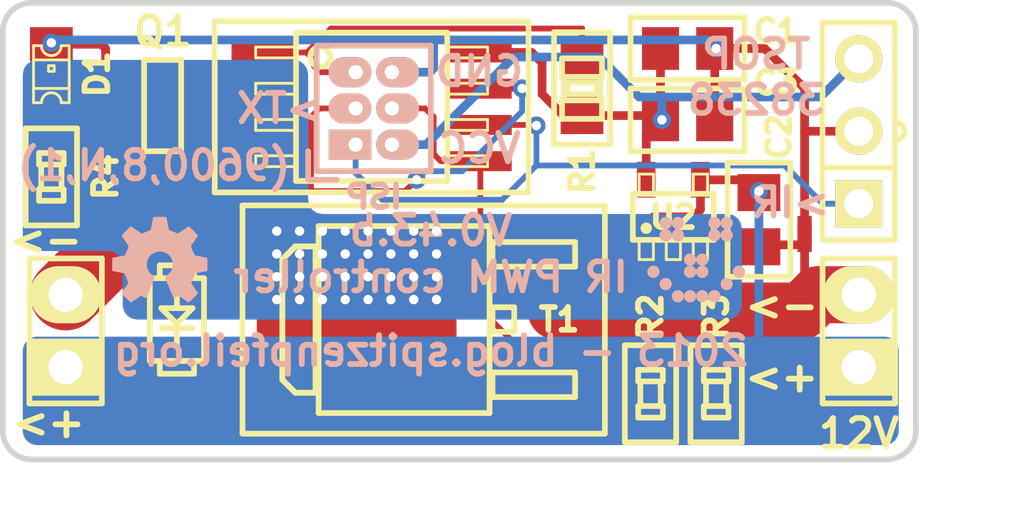
<source format=kicad_pcb>
(kicad_pcb (version 3) (host pcbnew "(2013-09-28 BZR 4356)-product")

  (general
    (links 38)
    (no_connects 0)
    (area 74.8968 40.816156 114.433334 60.900001)
    (thickness 1.6002)
    (drawings 23)
    (tracks 212)
    (zones 0)
    (modules 20)
    (nets 14)
  )

  (page User 431.8 279.4)
  (title_block
    (title LED-strip_PWM_IR)
    (date "29 Sep 2013")
    (rev 0.43.b)
    (company "2012 - blog.spitzenpfeil.org")
  )

  (layers
    (15 Front signal)
    (0 Back signal)
    (19 F.Paste user)
    (20 B.SilkS user)
    (21 F.SilkS user)
    (22 B.Mask user)
    (23 F.Mask user)
    (25 Cmts.User user)
    (28 Edge.Cuts user)
  )

  (setup
    (last_trace_width 0.2032)
    (user_trace_width 0.1524)
    (user_trace_width 1)
    (user_trace_width 1.5)
    (user_trace_width 2)
    (user_trace_width 2.5)
    (trace_clearance 0.2032)
    (zone_clearance 0.25)
    (zone_45_only yes)
    (trace_min 0.1524)
    (segment_width 0.2)
    (edge_width 0.2)
    (via_size 0.635)
    (via_drill 0.3302)
    (via_min_size 0.635)
    (via_min_drill 0.3302)
    (uvia_size 0.508)
    (uvia_drill 0.127)
    (uvias_allowed no)
    (uvia_min_size 0.508)
    (uvia_min_drill 0.127)
    (pcb_text_width 0.2)
    (pcb_text_size 1 1)
    (mod_edge_width 0.2)
    (mod_text_size 0.8 0.8)
    (mod_text_width 0.2)
    (pad_size 0.99822 1.09982)
    (pad_drill 0)
    (pad_to_mask_clearance 0)
    (aux_axis_origin 0 0)
    (visible_elements 7FFFFF7F)
    (pcbplotparams
      (layerselection 318275585)
      (usegerberextensions true)
      (excludeedgelayer false)
      (linewidth 0.150000)
      (plotframeref false)
      (viasonmask false)
      (mode 1)
      (useauxorigin false)
      (hpglpennumber 1)
      (hpglpenspeed 20)
      (hpglpendiameter 15)
      (hpglpenoverlay 0)
      (psnegative false)
      (psa4output false)
      (plotreference true)
      (plotvalue true)
      (plotothertext true)
      (plotinvisibletext false)
      (padsonsilk false)
      (subtractmaskfromsilk true)
      (outputformat 1)
      (mirror false)
      (drillshape 0)
      (scaleselection 1)
      (outputdirectory gerber_files/))
  )

  (net 0 "")
  (net 1 /MISO)
  (net 2 /MOSI)
  (net 3 /RESET)
  (net 4 /SCK)
  (net 5 /Vin)
  (net 6 /XTAL1)
  (net 7 /XTAL2)
  (net 8 /drain)
  (net 9 GND)
  (net 10 GNDPWR)
  (net 11 Net-<D1-Pad1>)
  (net 12 Net-<R2-Pad2>)
  (net 13 VCC)

  (net_class Default "This is the default net class."
    (clearance 0.2032)
    (trace_width 0.2032)
    (via_dia 0.635)
    (via_drill 0.3302)
    (uvia_dia 0.508)
    (uvia_drill 0.127)
    (add_net "")
    (add_net /MISO)
    (add_net /MOSI)
    (add_net /RESET)
    (add_net /SCK)
    (add_net /XTAL1)
    (add_net /XTAL2)
    (add_net /drain)
    (add_net Net-<D1-Pad1>)
    (add_net Net-<R2-Pad2>)
  )

  (net_class Power ""
    (clearance 0.2032)
    (trace_width 0.3048)
    (via_dia 0.635)
    (via_drill 0.3302)
    (uvia_dia 0.508)
    (uvia_drill 0.127)
    (add_net /Vin)
    (add_net GND)
    (add_net GNDPWR)
    (add_net VCC)
  )

  (module MADW__SOT23-5 (layer Front) (tedit 51BE29EC) (tstamp 51969BA8)
    (at 99.5 49.5)
    (descr "SMALL OUTLINE TRANSISTOR")
    (tags "SMALL OUTLINE TRANSISTOR")
    (path /50ED7AA4)
    (attr smd)
    (fp_text reference U2 (at 0 0) (layer F.SilkS)
      (effects (font (size 0.8 0.8) (thickness 0.2)))
    )
    (fp_text value MCP1804-SOT23-5 (at 0 3.1) (layer F.SilkS) hide
      (effects (font (size 0.8 0.8) (thickness 0.2)))
    )
    (fp_circle (center -0.95 0.4) (end -0.85 0.4) (layer F.SilkS) (width 0.2))
    (fp_line (start -1.41986 -0.80772) (end 1.41986 -0.80772) (layer F.SilkS) (width 0.2))
    (fp_line (start -1.41986 0.80772) (end 1.41986 0.80772) (layer F.SilkS) (width 0.2))
    (fp_line (start -1.19888 1.4986) (end -0.6985 1.4986) (layer F.SilkS) (width 0.1))
    (fp_line (start -0.6985 1.4986) (end -0.6985 0.84836) (layer F.SilkS) (width 0.1))
    (fp_line (start -1.19888 1.4986) (end -1.19888 0.84836) (layer F.SilkS) (width 0.1))
    (fp_line (start -0.24892 1.4986) (end 0.24892 1.4986) (layer F.SilkS) (width 0.1))
    (fp_line (start 0.24892 1.4986) (end 0.24892 0.84836) (layer F.SilkS) (width 0.1))
    (fp_line (start -0.24892 1.4986) (end -0.24892 0.84836) (layer F.SilkS) (width 0.1))
    (fp_line (start 0.6985 1.4986) (end 1.19888 1.4986) (layer F.SilkS) (width 0.1))
    (fp_line (start 1.19888 1.4986) (end 1.19888 0.84836) (layer F.SilkS) (width 0.1))
    (fp_line (start 0.6985 1.4986) (end 0.6985 0.84836) (layer F.SilkS) (width 0.1))
    (fp_line (start 1.19888 -0.84836) (end 1.19888 -1.4986) (layer F.SilkS) (width 0.1))
    (fp_line (start 0.6985 -1.4986) (end 1.19888 -1.4986) (layer F.SilkS) (width 0.1))
    (fp_line (start 0.6985 -0.84836) (end 0.6985 -1.4986) (layer F.SilkS) (width 0.1))
    (fp_line (start -0.6985 -0.84836) (end -0.6985 -1.4986) (layer F.SilkS) (width 0.1))
    (fp_line (start -1.19888 -1.4986) (end -0.6985 -1.4986) (layer F.SilkS) (width 0.1))
    (fp_line (start -1.19888 -0.84836) (end -1.19888 -1.4986) (layer F.SilkS) (width 0.1))
    (fp_line (start 1.41986 -0.80772) (end 1.41986 0.80772) (layer F.SilkS) (width 0.2))
    (fp_line (start -1.41986 0.80772) (end -1.41986 -0.80772) (layer F.SilkS) (width 0.2))
    (pad 1 smd rect (at -0.95 1.3) (size 0.65 1.25) (layers Front F.Paste F.Mask)
      (net 5 /Vin))
    (pad 2 smd rect (at 0 1.3) (size 0.65 1.25) (layers Front F.Paste F.Mask)
      (net 10 GNDPWR))
    (pad 3 smd rect (at 0.95 1.3) (size 0.65 1.25) (layers Front F.Paste F.Mask))
    (pad 4 smd rect (at 0.95 -1.3) (size 0.65 1.25) (layers Front F.Paste F.Mask)
      (net 5 /Vin))
    (pad 5 smd rect (at -0.95 -1.3) (size 0.65 1.25) (layers Front F.Paste F.Mask)
      (net 13 VCC))
  )

  (module MADW__SO8_200mil_wide (layer Front) (tedit 51BE2786) (tstamp 511A454D)
    (at 88.9254 45.6438 270)
    (path /5104F51F)
    (fp_text reference IC1 (at 0.05 -0.05 360) (layer F.SilkS) hide
      (effects (font (size 0.8 0.8) (thickness 0.2)))
    )
    (fp_text value ATTINY85-S (at -0.08 6.6 270) (layer F.SilkS) hide
      (effects (font (size 0.8 0.8) (thickness 0.2)))
    )
    (fp_circle (center -1.75 1.8) (end -1.4 1.8) (layer F.SilkS) (width 0.2))
    (fp_line (start -3 -5.5) (end 3 -5.5) (layer F.SilkS) (width 0.2))
    (fp_line (start 3 -5.5) (end 3 5.5) (layer F.SilkS) (width 0.2))
    (fp_line (start 3 5.5) (end -3 5.5) (layer F.SilkS) (width 0.2))
    (fp_line (start -3 5.5) (end -3 -5.5) (layer F.SilkS) (width 0.2))
    (fp_line (start -1.7145 2.667) (end -1.7145 4.064) (layer F.SilkS) (width 0.1))
    (fp_line (start -1.7145 4.064) (end -2.0955 4.064) (layer F.SilkS) (width 0.1))
    (fp_line (start -2.0955 4.064) (end -2.0955 2.667) (layer F.SilkS) (width 0.1))
    (fp_line (start -0.4445 2.667) (end -0.4445 4.064) (layer F.SilkS) (width 0.1))
    (fp_line (start -0.4445 4.064) (end -0.8255 4.064) (layer F.SilkS) (width 0.1))
    (fp_line (start -0.8255 4.064) (end -0.8255 2.667) (layer F.SilkS) (width 0.1))
    (fp_line (start 0.8255 2.667) (end 0.8255 4.064) (layer F.SilkS) (width 0.1))
    (fp_line (start 0.8255 4.064) (end 0.4445 4.064) (layer F.SilkS) (width 0.1))
    (fp_line (start 0.4445 4.064) (end 0.4445 2.667) (layer F.SilkS) (width 0.1))
    (fp_line (start 2.0955 2.667) (end 2.0955 4.064) (layer F.SilkS) (width 0.1))
    (fp_line (start 2.0955 4.064) (end 1.7145 4.064) (layer F.SilkS) (width 0.1))
    (fp_line (start 1.7145 4.064) (end 1.7145 2.667) (layer F.SilkS) (width 0.1))
    (fp_line (start -2.0955 -2.667) (end -2.0955 -4.064) (layer F.SilkS) (width 0.1))
    (fp_line (start -2.0955 -4.064) (end -1.7145 -4.064) (layer F.SilkS) (width 0.1))
    (fp_line (start -1.7145 -4.064) (end -1.7145 -2.667) (layer F.SilkS) (width 0.1))
    (fp_line (start -0.8255 -2.667) (end -0.8255 -4.064) (layer F.SilkS) (width 0.1))
    (fp_line (start -0.8255 -4.064) (end -0.4445 -4.064) (layer F.SilkS) (width 0.1))
    (fp_line (start -0.4445 -4.064) (end -0.4445 -2.667) (layer F.SilkS) (width 0.1))
    (fp_line (start 0.4445 -2.667) (end 0.4445 -4.064) (layer F.SilkS) (width 0.1))
    (fp_line (start 0.4445 -4.064) (end 0.8255 -4.064) (layer F.SilkS) (width 0.1))
    (fp_line (start 0.8255 -4.064) (end 0.8255 -2.667) (layer F.SilkS) (width 0.1))
    (fp_line (start 1.7145 -4.064) (end 2.0955 -4.064) (layer F.SilkS) (width 0.1))
    (fp_line (start 1.7145 -2.667) (end 1.7145 -4.064) (layer F.SilkS) (width 0.1))
    (fp_line (start 2.0955 -4.064) (end 2.0955 -2.667) (layer F.SilkS) (width 0.1))
    (fp_line (start 2.6 -2.65) (end 2.6 2.65) (layer F.SilkS) (width 0.2))
    (fp_line (start 2.6 2.65) (end -2.6 2.65) (layer F.SilkS) (width 0.2))
    (fp_line (start -2.6 2.65) (end -2.6 -2.65) (layer F.SilkS) (width 0.2))
    (fp_line (start -2.6 -2.65) (end 2.6 -2.65) (layer F.SilkS) (width 0.2))
    (pad 1 smd rect (at -1.905 3.81 270) (size 0.7 2.2) (layers Front F.Paste F.Mask)
      (net 3 /RESET))
    (pad 2 smd rect (at -0.635 3.81 270) (size 0.7 2.2) (layers Front F.Paste F.Mask)
      (net 6 /XTAL1))
    (pad 3 smd rect (at 0.635 3.81 270) (size 0.7 2.2) (layers Front F.Paste F.Mask)
      (net 7 /XTAL2))
    (pad 4 smd rect (at 1.905 3.81 270) (size 0.7 2.2) (layers Front F.Paste F.Mask)
      (net 9 GND))
    (pad 5 smd rect (at 1.905 -3.81 270) (size 0.7 2.2) (layers Front F.Paste F.Mask)
      (net 2 /MOSI))
    (pad 6 smd rect (at 0.635 -3.81 270) (size 0.7 2.2) (layers Front F.Paste F.Mask)
      (net 1 /MISO))
    (pad 7 smd rect (at -0.635 -3.81 270) (size 0.7 2.2) (layers Front F.Paste F.Mask)
      (net 4 /SCK))
    (pad 8 smd rect (at -1.905 -3.81 270) (size 0.7 2.2) (layers Front F.Paste F.Mask)
      (net 13 VCC))
  )

  (module MADW__CHIPLED-0805 (layer Front) (tedit 51BE26FC) (tstamp 51991093)
    (at 77.7 44.5 90)
    (descr "LED 0805 smd package")
    (tags "LED 0805 SMD")
    (path /50EDA6CA)
    (attr smd)
    (fp_text reference D1 (at 0 1.6 270) (layer F.SilkS)
      (effects (font (size 0.8 0.8) (thickness 0.2)))
    )
    (fp_text value LED (at 0 2.54 90) (layer F.SilkS) hide
      (effects (font (size 0.8 0.8) (thickness 0.2)))
    )
    (fp_line (start -0.5 0.625) (end 0.5 0.625) (layer F.SilkS) (width 0.1))
    (fp_line (start -0.5 -0.625) (end 0.5 -0.625) (layer F.SilkS) (width 0.1))
    (fp_line (start 0.5 -0.625) (end 1 -0.625) (layer F.SilkS) (width 0.1))
    (fp_line (start 1 0.625) (end 0.5 0.625) (layer F.SilkS) (width 0.1))
    (fp_line (start -1 -0.625) (end -0.5 -0.625) (layer F.SilkS) (width 0.1))
    (fp_line (start -1 0.625) (end -0.5 0.625) (layer F.SilkS) (width 0.1))
    (fp_line (start -0.5 -0.625) (end -0.5 0.625) (layer F.SilkS) (width 0.1))
    (fp_line (start 0.5 0.625) (end 0.5 -0.625) (layer F.SilkS) (width 0.1))
    (fp_line (start 1 -0.625) (end 1 -0.35) (layer F.SilkS) (width 0.1))
    (fp_line (start 1 0.35) (end 1 0.625) (layer F.SilkS) (width 0.1))
    (fp_line (start -1 0.625) (end -1 0.35) (layer F.SilkS) (width 0.1))
    (fp_line (start -1 -0.625) (end -1 -0.35) (layer F.SilkS) (width 0.1))
    (fp_line (start 0.1 -0.09906) (end 0.1 0.09906) (layer F.SilkS) (width 0.1))
    (fp_line (start 0.1 0.09906) (end 0.29812 0.09906) (layer F.SilkS) (width 0.1))
    (fp_line (start 0.29812 -0.09906) (end 0.29812 0.09906) (layer F.SilkS) (width 0.1))
    (fp_line (start 0.1 -0.09906) (end 0.29812 -0.09906) (layer F.SilkS) (width 0.1))
    (fp_arc (start 0.99822 0) (end 0.99822 0.34798) (angle 180) (layer F.SilkS) (width 0.1))
    (fp_arc (start -0.99822 0) (end -0.99822 -0.34798) (angle 180) (layer F.SilkS) (width 0.1))
    (pad 1 smd rect (at -1.04902 0 90) (size 1.2 1.5) (layers Front F.Paste F.Mask)
      (net 11 Net-<D1-Pad1>))
    (pad 2 smd rect (at 1.04902 0 90) (size 1.2 1.5) (layers Front F.Paste F.Mask)
      (net 9 GND))
  )

  (module MADW__R0603_2 (layer Front) (tedit 51BE26DF) (tstamp 5199188A)
    (at 77.7 48.1 270)
    (descr RESISTOR)
    (tags RESISTOR)
    (path /50EDA6E8)
    (attr smd)
    (fp_text reference R4 (at 0 -1.9 270) (layer F.SilkS)
      (effects (font (size 0.8 0.8) (thickness 0.2)))
    )
    (fp_text value 1k (at 0 2.1 270) (layer F.SilkS) hide
      (effects (font (size 0.8 0.8) (thickness 0.2)))
    )
    (fp_line (start -1.7 -0.9) (end 1.7 -0.9) (layer F.SilkS) (width 0.2))
    (fp_line (start 1.7 -0.9) (end 1.7 0.9) (layer F.SilkS) (width 0.2))
    (fp_line (start 1.7 0.9) (end -1.7 0.9) (layer F.SilkS) (width 0.2))
    (fp_line (start -1.7 0.9) (end -1.7 -0.9) (layer F.SilkS) (width 0.2))
    (fp_line (start 0.4318 0.4318) (end 0.8382 0.4318) (layer F.SilkS) (width 0.2))
    (fp_line (start 0.8382 0.4318) (end 0.8382 -0.4318) (layer F.SilkS) (width 0.2))
    (fp_line (start 0.4318 -0.4318) (end 0.8382 -0.4318) (layer F.SilkS) (width 0.2))
    (fp_line (start 0.4318 0.4318) (end 0.4318 -0.4318) (layer F.SilkS) (width 0.2))
    (fp_line (start -0.8382 0.4318) (end -0.4318 0.4318) (layer F.SilkS) (width 0.2))
    (fp_line (start -0.4318 0.4318) (end -0.4318 -0.4318) (layer F.SilkS) (width 0.2))
    (fp_line (start -0.8382 -0.4318) (end -0.4318 -0.4318) (layer F.SilkS) (width 0.2))
    (fp_line (start -0.8382 0.4318) (end -0.8382 -0.4318) (layer F.SilkS) (width 0.2))
    (fp_line (start -0.4318 0.3556) (end 0.4318 0.3556) (layer F.SilkS) (width 0.2))
    (fp_line (start 0.4318 -0.3556) (end -0.4318 -0.3556) (layer F.SilkS) (width 0.2))
    (pad 1 smd rect (at -0.84836 0 270) (size 0.99822 1.09982) (layers Front F.Paste F.Mask)
      (net 11 Net-<D1-Pad1>))
    (pad 2 smd rect (at 0.84836 0 270) (size 0.99822 1.09982) (layers Front F.Paste F.Mask)
      (net 4 /SCK))
  )

  (module MADW__diode_sub-SMA (layer Front) (tedit 51BE269D) (tstamp 51BE264D)
    (at 82.1 53.1 270)
    (path /51969303)
    (fp_text reference DS1 (at -3.4176 0.0072 360) (layer F.SilkS) hide
      (effects (font (size 0.8 0.8) (thickness 0.2)))
    )
    (fp_text value SS14L (at 0 2.15 270) (layer F.SilkS) hide
      (effects (font (size 0.8 0.8) (thickness 0.2)))
    )
    (fp_line (start -0.95 0) (end -0.4 0) (layer F.SilkS) (width 0.2))
    (fp_line (start 0.3 0) (end 0.95 0) (layer F.SilkS) (width 0.2))
    (fp_line (start 0.15 0) (end -0.4 -0.55) (layer F.SilkS) (width 0.2))
    (fp_line (start -0.4 -0.55) (end -0.4 0.55) (layer F.SilkS) (width 0.2))
    (fp_line (start -0.4 0.55) (end 0.15 0) (layer F.SilkS) (width 0.2))
    (fp_line (start 0.3 -0.55) (end 0.3 0.55) (layer F.SilkS) (width 0.2))
    (fp_line (start 1.45 -0.6) (end 1.9 -0.6) (layer F.SilkS) (width 0.2))
    (fp_line (start 1.9 -0.6) (end 1.9 0.6) (layer F.SilkS) (width 0.2))
    (fp_line (start 1.9 0.6) (end 1.45 0.6) (layer F.SilkS) (width 0.2))
    (fp_line (start -1.45 -0.6) (end -1.9 -0.6) (layer F.SilkS) (width 0.2))
    (fp_line (start -1.9 -0.6) (end -1.9 0.6) (layer F.SilkS) (width 0.2))
    (fp_line (start -1.9 0.6) (end -1.45 0.6) (layer F.SilkS) (width 0.2))
    (fp_line (start -1.45 -0.95) (end 1.45 -0.95) (layer F.SilkS) (width 0.2))
    (fp_line (start 1.45 -0.95) (end 1.45 0.95) (layer F.SilkS) (width 0.2))
    (fp_line (start 1.45 0.95) (end -1.45 0.95) (layer F.SilkS) (width 0.2))
    (fp_line (start -1.45 0.95) (end -1.45 -0.95) (layer F.SilkS) (width 0.2))
    (pad 1 smd rect (at -1.7 0 270) (size 1.8 1.8) (layers Front F.Paste F.Mask)
      (net 8 /drain))
    (pad 2 smd rect (at 1.7 0 270) (size 1.8 1.8) (layers Front F.Paste F.Mask)
      (net 5 /Vin))
  )

  (module "MADW__TO-252(DPAK)" (layer Front) (tedit 51BE2664) (tstamp 51969DFC)
    (at 90.9 53.1 90)
    (descr "SMALL OUTLINE TRANSISTOR")
    (tags "SMALL OUTLINE TRANSISTOR")
    (path /50B20791)
    (clearance 0.1778)
    (attr smd)
    (fp_text reference T1 (at 0 4.6 180) (layer F.SilkS)
      (effects (font (size 0.8 0.8) (thickness 0.2)))
    )
    (fp_text value IRLR2905_DPAK (at -0.2 -0.65 180) (layer F.SilkS) hide
      (effects (font (size 0.8 0.8) (thickness 0.2)))
    )
    (fp_line (start -4 -6.5) (end 4 -6.5) (layer F.SilkS) (width 0.2))
    (fp_line (start 4 -6.5) (end 4 6.2) (layer F.SilkS) (width 0.2))
    (fp_line (start 4 6.2) (end -4 6.2) (layer F.SilkS) (width 0.2))
    (fp_line (start -4 6.2) (end -4 -6.5) (layer F.SilkS) (width 0.2))
    (fp_line (start -2.7178 5.1562) (end -1.8542 5.1562) (layer F.SilkS) (width 0.2))
    (fp_line (start -1.8542 5.1562) (end -1.8542 2.2606) (layer F.SilkS) (width 0.2))
    (fp_line (start -2.7178 2.2606) (end -1.8542 2.2606) (layer F.SilkS) (width 0.2))
    (fp_line (start -2.7178 5.1562) (end -2.7178 2.2606) (layer F.SilkS) (width 0.2))
    (fp_line (start 1.8542 5.1562) (end 2.7178 5.1562) (layer F.SilkS) (width 0.2))
    (fp_line (start 2.7178 5.1562) (end 2.7178 2.2606) (layer F.SilkS) (width 0.2))
    (fp_line (start 1.8542 2.2606) (end 2.7178 2.2606) (layer F.SilkS) (width 0.2))
    (fp_line (start 1.8542 5.1562) (end 1.8542 2.2606) (layer F.SilkS) (width 0.2))
    (fp_line (start -0.4318 3.0226) (end 0.4318 3.0226) (layer F.SilkS) (width 0.2))
    (fp_line (start 0.4318 3.0226) (end 0.4318 2.2606) (layer F.SilkS) (width 0.2))
    (fp_line (start -0.4318 2.2606) (end 0.4318 2.2606) (layer F.SilkS) (width 0.2))
    (fp_line (start -0.4318 3.0226) (end -0.4318 2.2606) (layer F.SilkS) (width 0.2))
    (fp_line (start 3.2766 -3.8354) (end 3.2766 2.159) (layer F.SilkS) (width 0.2))
    (fp_line (start 3.2766 2.159) (end -3.2766 2.159) (layer F.SilkS) (width 0.2))
    (fp_line (start -3.2766 2.159) (end -3.2766 -3.8354) (layer F.SilkS) (width 0.2))
    (fp_line (start -3.2766 -3.83286) (end 3.2766 -3.83286) (layer F.SilkS) (width 0.2))
    (fp_line (start -2.5654 -3.937) (end -2.5654 -4.6482) (layer F.SilkS) (width 0.2))
    (fp_line (start -2.5654 -4.6482) (end -2.1082 -5.1054) (layer F.SilkS) (width 0.2))
    (fp_line (start -2.1082 -5.1054) (end 2.1082 -5.1054) (layer F.SilkS) (width 0.2))
    (fp_line (start 2.1082 -5.1054) (end 2.5654 -4.6482) (layer F.SilkS) (width 0.2))
    (fp_line (start 2.5654 -4.6482) (end 2.5654 -3.937) (layer F.SilkS) (width 0.2))
    (fp_line (start 2.5654 -3.937) (end -2.5654 -3.937) (layer F.SilkS) (width 0.2))
    (fp_line (start -2.5654 -3.937) (end -2.5654 -4.6482) (layer F.SilkS) (width 0.2))
    (fp_line (start -2.5654 -4.6482) (end -2.1082 -5.1054) (layer F.SilkS) (width 0.2))
    (fp_line (start -2.1082 -5.1054) (end 2.1082 -5.1054) (layer F.SilkS) (width 0.2))
    (fp_line (start 2.1082 -5.1054) (end 2.5654 -4.6482) (layer F.SilkS) (width 0.2))
    (fp_line (start 2.5654 -4.6482) (end 2.5654 -3.937) (layer F.SilkS) (width 0.2))
    (fp_line (start 2.5654 -3.937) (end -2.5654 -3.937) (layer F.SilkS) (width 0.2))
    (pad 1 smd rect (at -2.3 4.4 90) (size 1.5 2.5) (layers Front F.Paste F.Mask)
      (net 12 Net-<R2-Pad2>))
    (pad 3 smd rect (at 2.3 4.4 90) (size 1.5 2.5) (layers Front F.Paste F.Mask)
      (net 10 GNDPWR))
    (pad 2 smd rect (at 0 -2.49936 90) (size 7 7) (layers Front F.Paste F.Mask)
      (net 8 /drain))
  )

  (module MADW__PIN_ARRAY_3x2_1.27mm (layer Back) (tedit 519A1729) (tstamp 519DAEDF)
    (at 89 45.7 90)
    (descr "Male 3x2 header with 2.0mm raster")
    (tags "CONN, header, male, 3x2, 2mm")
    (path /4F6EC6BB)
    (clearance 0.15)
    (fp_text reference JP1 (at 0 3.1 90) (layer B.SilkS) hide
      (effects (font (size 0.8 0.8) (thickness 0.2)) (justify mirror))
    )
    (fp_text value ISP (at -3.1 0 180) (layer B.SilkS)
      (effects (font (size 0.8 0.8) (thickness 0.2)) (justify mirror))
    )
    (fp_line (start -2.5 -2.3) (end -1.5 -2.3) (layer B.SilkS) (width 0.2))
    (fp_line (start -2.5 -2.3) (end -2.5 -1.3) (layer B.SilkS) (width 0.2))
    (fp_line (start 2.2 2) (end -2.2 2) (layer B.SilkS) (width 0.2))
    (fp_line (start -2.2 2) (end -2.2 -2) (layer B.SilkS) (width 0.2))
    (fp_line (start 2.2 2) (end 2.2 -2) (layer B.SilkS) (width 0.2))
    (fp_line (start 2.2 -2) (end -2.2 -2) (layer B.SilkS) (width 0.2))
    (pad 1 thru_hole rect (at -1.27 -0.635 90) (size 1.05 1.5) (drill 0.5 (offset 0 -0.2)) (layers *.Cu *.Mask B.SilkS)
      (net 1 /MISO))
    (pad 2 thru_hole oval (at -1.27 0.635 90) (size 1.05 1.5) (drill 0.5 (offset 0 0.2)) (layers *.Cu *.Mask B.SilkS)
      (net 13 VCC))
    (pad 3 thru_hole oval (at 0 -0.635 90) (size 1.05 1.5) (drill 0.5 (offset 0 -0.2)) (layers *.Cu *.Mask B.SilkS)
      (net 4 /SCK))
    (pad 4 thru_hole oval (at 0 0.635 90) (size 1.05 1.5) (drill 0.5 (offset 0 0.2)) (layers *.Cu *.Mask B.SilkS)
      (net 2 /MOSI))
    (pad 5 thru_hole oval (at 1.27 -0.635 90) (size 1.05 1.5) (drill 0.5 (offset 0 -0.2)) (layers *.Cu *.Mask B.SilkS)
      (net 3 /RESET))
    (pad 6 thru_hole oval (at 1.27 0.635 90) (size 1.05 1.5) (drill 0.5 (offset 0 0.2)) (layers *.Cu *.Mask B.SilkS)
      (net 9 GND))
  )

  (module MADW__SIL-3 (layer Front) (tedit 519A16B8) (tstamp 519918A1)
    (at 106 46.5 90)
    (descr "Connecteur 3 pins")
    (tags "CONN DEV")
    (path /4F6ED250)
    (fp_text reference U1 (at 0 -2.54 90) (layer F.SilkS) hide
      (effects (font (size 0.8 0.8) (thickness 0.2)))
    )
    (fp_text value TSOP38238 (at 0 3 90) (layer F.SilkS) hide
      (effects (font (size 0.8 0.8) (thickness 0.2)))
    )
    (fp_arc (start 0 1.3) (end 0 1.6) (angle 90) (layer F.SilkS) (width 0.2))
    (fp_arc (start 0 1.3) (end 0.3 1.3) (angle 90) (layer F.SilkS) (width 0.2))
    (fp_line (start -3.81 1.27) (end -3.81 -1.27) (layer F.SilkS) (width 0.2))
    (fp_line (start -3.81 -1.27) (end 3.81 -1.27) (layer F.SilkS) (width 0.2))
    (fp_line (start 3.81 -1.27) (end 3.81 1.27) (layer F.SilkS) (width 0.2))
    (fp_line (start 3.81 1.27) (end -3.81 1.27) (layer F.SilkS) (width 0.2))
    (fp_line (start -1.27 -1.27) (end -1.27 1.27) (layer F.SilkS) (width 0.2))
    (pad 1 thru_hole rect (at -2.54 0 90) (size 1.65 1.65) (drill 1.016) (layers *.Cu *.Mask F.SilkS)
      (net 1 /MISO))
    (pad 2 thru_hole circle (at 0 0 90) (size 1.65 1.65) (drill 1.016) (layers *.Cu *.Mask F.SilkS)
      (net 9 GND))
    (pad 3 thru_hole circle (at 2.54 0 90) (size 1.65 1.65) (drill 1.016) (layers *.Cu *.Mask F.SilkS)
      (net 13 VCC))
  )

  (module LOGO (layer Back) (tedit 50B20D2E) (tstamp 51969D8E)
    (at 100.3 51)
    (path LOGO)
    (fp_text reference G2 (at 0 -1.97104) (layer B.SilkS) hide
      (effects (font (size 0.8 0.8) (thickness 0.2)) (justify mirror))
    )
    (fp_text value LOGO (at 0 1.97104) (layer B.SilkS) hide
      (effects (font (size 0.8 0.8) (thickness 0.2)) (justify mirror))
    )
    (fp_poly (pts (xy 0.64516 1.49606) (xy 0.68834 1.49098) (xy 0.72898 1.47828) (xy 0.74676 1.46812)
      (xy 0.78232 1.44272) (xy 0.81026 1.41224) (xy 0.83312 1.37668) (xy 0.84836 1.33604)
      (xy 0.85344 1.2954) (xy 0.85344 1.25222) (xy 0.84328 1.21158) (xy 0.82296 1.17094)
      (xy 0.81026 1.15316) (xy 0.79248 1.13284) (xy 0.7747 1.11506) (xy 0.75438 1.10236)
      (xy 0.7493 1.09728) (xy 0.71374 1.08204) (xy 0.67564 1.07188) (xy 0.63246 1.06934)
      (xy 0.61722 1.07188) (xy 0.59436 1.07442) (xy 0.57404 1.0795) (xy 0.55118 1.08966)
      (xy 0.52578 1.10236) (xy 0.49022 1.1303) (xy 0.46228 1.16332) (xy 0.44196 1.20396)
      (xy 0.43434 1.22174) (xy 0.42926 1.24206) (xy 0.42672 1.25984) (xy 0.42672 1.26238)
      (xy 0.42672 1.26238) (xy 0.42418 1.25476) (xy 0.42418 1.25222) (xy 0.4191 1.22428)
      (xy 0.40894 1.19634) (xy 0.39624 1.17094) (xy 0.37084 1.14046) (xy 0.33782 1.10998)
      (xy 0.30226 1.08712) (xy 0.25908 1.07442) (xy 0.21336 1.06934) (xy 0.2032 1.06934)
      (xy 0.16764 1.07442) (xy 0.13716 1.08204) (xy 0.12954 1.08458) (xy 0.09398 1.1049)
      (xy 0.06096 1.13284) (xy 0.03556 1.16332) (xy 0.01524 1.20142) (xy 0.00254 1.23952)
      (xy 0.00254 1.23952) (xy 0 1.24968) (xy 0 1.25476) (xy 0 1.25476)
      (xy 0 1.24968) (xy -0.00254 1.23952) (xy -0.00508 1.23444) (xy -0.01778 1.19634)
      (xy -0.0381 1.16078) (xy -0.06604 1.12776) (xy -0.09144 1.10744) (xy -0.127 1.08712)
      (xy -0.16764 1.07442) (xy -0.21336 1.06934) (xy -0.24638 1.07188) (xy -0.28956 1.08204)
      (xy -0.32766 1.10236) (xy -0.36068 1.1303) (xy -0.39116 1.16332) (xy -0.3937 1.1684)
      (xy -0.40386 1.18364) (xy -0.40894 1.19634) (xy -0.41402 1.2065) (xy -0.4191 1.22682)
      (xy -0.42418 1.2446) (xy -0.42672 1.25984) (xy -0.42672 1.26238) (xy -0.42672 1.26238)
      (xy -0.42926 1.25222) (xy -0.43434 1.22936) (xy -0.4445 1.19888) (xy -0.4572 1.17348)
      (xy -0.4826 1.14046) (xy -0.51562 1.10998) (xy -0.55372 1.08712) (xy -0.59436 1.07442)
      (xy -0.64008 1.06934) (xy -0.68072 1.07188) (xy -0.72136 1.08458) (xy -0.75946 1.1049)
      (xy -0.79502 1.13538) (xy -0.81026 1.15316) (xy -0.82804 1.17602) (xy -0.84074 1.20396)
      (xy -0.84836 1.22682) (xy -0.85344 1.27) (xy -0.85344 1.31064) (xy -0.84328 1.35128)
      (xy -0.82804 1.38938) (xy -0.80264 1.4224) (xy -0.7747 1.45034) (xy -0.73914 1.4732)
      (xy -0.70104 1.48844) (xy -0.65786 1.49606) (xy -0.65278 1.49606) (xy -0.6096 1.49352)
      (xy -0.56896 1.4859) (xy -0.52832 1.46558) (xy -0.51562 1.45796) (xy -0.48768 1.43256)
      (xy -0.46228 1.40208) (xy -0.4445 1.36906) (xy -0.43942 1.35636) (xy -0.43434 1.33858)
      (xy -0.42926 1.3208) (xy -0.42672 1.30556) (xy -0.42672 1.29794) (xy -0.42672 1.30556)
      (xy -0.42418 1.31318) (xy -0.42164 1.33096) (xy -0.41402 1.35382) (xy -0.40894 1.3716)
      (xy -0.39878 1.38938) (xy -0.37084 1.42494) (xy -0.34036 1.45542) (xy -0.30226 1.47828)
      (xy -0.25908 1.49352) (xy -0.25146 1.49352) (xy -0.22098 1.49606) (xy -0.1905 1.49606)
      (xy -0.16256 1.49098) (xy -0.13462 1.48336) (xy -0.09398 1.4605) (xy -0.05842 1.43256)
      (xy -0.05588 1.43002) (xy -0.03302 1.39954) (xy -0.01524 1.36398) (xy -0.00254 1.32842)
      (xy -0.00254 1.32588) (xy 0 1.31572) (xy 0 1.31064) (xy 0 1.31318)
      (xy 0.00254 1.32334) (xy 0.00254 1.32588) (xy 0.00762 1.34874) (xy 0.01778 1.3716)
      (xy 0.03048 1.397) (xy 0.0508 1.4224) (xy 0.08128 1.45288) (xy 0.11938 1.47574)
      (xy 0.16256 1.49098) (xy 0.17018 1.49352) (xy 0.19812 1.49606) (xy 0.2286 1.49606)
      (xy 0.25654 1.49352) (xy 0.28194 1.4859) (xy 0.32004 1.46812) (xy 0.3556 1.44018)
      (xy 0.38608 1.4097) (xy 0.40894 1.3716) (xy 0.41402 1.3589) (xy 0.4191 1.33858)
      (xy 0.42418 1.3208) (xy 0.42672 1.30556) (xy 0.42672 1.30302) (xy 0.42672 1.30302)
      (xy 0.42926 1.31318) (xy 0.42926 1.31318) (xy 0.43434 1.34112) (xy 0.4445 1.36906)
      (xy 0.4572 1.39446) (xy 0.46482 1.40208) (xy 0.49022 1.4351) (xy 0.52578 1.46304)
      (xy 0.56134 1.48336) (xy 0.60198 1.49352) (xy 0.64516 1.49606)) (layer B.SilkS) (width 0.00254))
    (fp_poly (pts (xy -1.08204 1.06934) (xy -1.05664 1.06934) (xy -1.03124 1.0668) (xy -1.0033 1.05918)
      (xy -0.96266 1.0414) (xy -0.9271 1.016) (xy -0.89662 0.98298) (xy -0.8763 0.94742)
      (xy -0.86106 0.90678) (xy -0.85598 0.86106) (xy -0.85852 0.81788) (xy -0.86868 0.77724)
      (xy -0.889 0.73914) (xy -0.9144 0.70612) (xy -0.94996 0.67818) (xy -0.96012 0.67056)
      (xy -1.00076 0.65024) (xy -1.04394 0.64262) (xy -1.08966 0.64262) (xy -1.13284 0.65024)
      (xy -1.1684 0.66548) (xy -1.2065 0.69088) (xy -1.23698 0.72136) (xy -1.25984 0.75946)
      (xy -1.27762 0.80264) (xy -1.28016 0.82296) (xy -1.2827 0.8509) (xy -1.2827 0.87884)
      (xy -1.27762 0.9017) (xy -1.27508 0.90932) (xy -1.25984 0.9525) (xy -1.23444 0.9906)
      (xy -1.20142 1.02362) (xy -1.16332 1.04648) (xy -1.14554 1.0541) (xy -1.12014 1.06426)
      (xy -1.09728 1.0668) (xy -1.08204 1.06934)) (layer B.SilkS) (width 0.00254))
    (fp_poly (pts (xy 1.07442 1.06934) (xy 1.1176 1.06426) (xy 1.16078 1.04902) (xy 1.19888 1.02362)
      (xy 1.20904 1.01854) (xy 1.23698 0.98552) (xy 1.26238 0.94996) (xy 1.27762 0.90678)
      (xy 1.28016 0.88646) (xy 1.2827 0.85852) (xy 1.2827 0.83058) (xy 1.27762 0.80772)
      (xy 1.27508 0.79756) (xy 1.2573 0.75438) (xy 1.23444 0.71882) (xy 1.20396 0.68834)
      (xy 1.16586 0.66548) (xy 1.12522 0.6477) (xy 1.0795 0.64008) (xy 1.06426 0.64008)
      (xy 1.02108 0.64516) (xy 0.98044 0.6604) (xy 0.94488 0.68072) (xy 0.9144 0.70866)
      (xy 0.889 0.74168) (xy 0.86868 0.77978) (xy 0.85852 0.82042) (xy 0.85598 0.8636)
      (xy 0.85852 0.89154) (xy 0.8636 0.9144) (xy 0.87122 0.9398) (xy 0.889 0.97282)
      (xy 0.91694 1.00584) (xy 0.94996 1.03378) (xy 0.98806 1.0541) (xy 1.0287 1.0668)
      (xy 1.07442 1.06934)) (layer B.SilkS) (width 0.00254))
    (fp_poly (pts (xy -1.50876 0.64008) (xy -1.47828 0.64008) (xy -1.45288 0.63754) (xy -1.4224 0.62738)
      (xy -1.38176 0.60706) (xy -1.3462 0.57912) (xy -1.32334 0.55118) (xy -1.30048 0.51562)
      (xy -1.28778 0.47244) (xy -1.28524 0.45466) (xy -1.2827 0.42926) (xy -1.28524 0.40386)
      (xy -1.28778 0.38354) (xy -1.29032 0.3683) (xy -1.3081 0.32766) (xy -1.33096 0.28956)
      (xy -1.36398 0.25908) (xy -1.40208 0.23622) (xy -1.41732 0.2286) (xy -1.44526 0.21844)
      (xy -1.4732 0.21336) (xy -1.50368 0.21336) (xy -1.524 0.2159) (xy -1.54686 0.21844)
      (xy -1.56972 0.22352) (xy -1.59258 0.23622) (xy -1.60528 0.2413) (xy -1.64084 0.26924)
      (xy -1.67132 0.30226) (xy -1.69418 0.34036) (xy -1.70688 0.38354) (xy -1.70942 0.3937)
      (xy -1.71196 0.4191) (xy -1.70942 0.44704) (xy -1.70688 0.4699) (xy -1.70434 0.48514)
      (xy -1.68656 0.52578) (xy -1.6637 0.56388) (xy -1.63068 0.59436) (xy -1.59258 0.61722)
      (xy -1.5494 0.635) (xy -1.5367 0.63754) (xy -1.50876 0.64008)) (layer B.SilkS) (width 0.00254))
    (fp_poly (pts (xy 0.20828 0.64008) (xy 0.25146 0.63754) (xy 0.2921 0.62738) (xy 0.31496 0.61468)
      (xy 0.35052 0.58928) (xy 0.381 0.5588) (xy 0.4064 0.5207) (xy 0.4191 0.47752)
      (xy 0.42164 0.4699) (xy 0.42672 0.43434) (xy 0.42672 0.40132) (xy 0.41656 0.36576)
      (xy 0.40132 0.32258) (xy 0.37592 0.28702) (xy 0.3429 0.25654) (xy 0.3048 0.23368)
      (xy 0.26162 0.21844) (xy 0.23368 0.21082) (xy 0.24892 0.21082) (xy 0.25146 0.20828)
      (xy 0.28194 0.20066) (xy 0.31496 0.18796) (xy 0.3429 0.16764) (xy 0.34798 0.16256)
      (xy 0.381 0.13208) (xy 0.40386 0.09652) (xy 0.4191 0.05588) (xy 0.42672 0.01524)
      (xy 0.42418 -0.0254) (xy 0.41656 -0.06858) (xy 0.39624 -0.10668) (xy 0.39624 -0.10922)
      (xy 0.37084 -0.14478) (xy 0.33782 -0.17272) (xy 0.30226 -0.19304) (xy 0.26162 -0.20574)
      (xy 0.22098 -0.21336) (xy 0.18034 -0.21082) (xy 0.1397 -0.20066) (xy 0.1016 -0.18034)
      (xy 0.06604 -0.15494) (xy 0.04572 -0.13462) (xy 0.0254 -0.1016) (xy 0.01016 -0.06858)
      (xy 0.00254 -0.0381) (xy 0 -0.03048) (xy 0 -0.0254) (xy 0 -0.02794)
      (xy -0.00254 -0.0381) (xy -0.01016 -0.06604) (xy -0.02286 -0.09652) (xy -0.04064 -0.12446)
      (xy -0.0508 -0.1397) (xy -0.08382 -0.17018) (xy -0.11938 -0.19304) (xy -0.16256 -0.20574)
      (xy -0.20574 -0.21336) (xy -0.24892 -0.21082) (xy -0.27432 -0.2032) (xy -0.3175 -0.18542)
      (xy -0.35306 -0.16002) (xy -0.38354 -0.12954) (xy -0.4064 -0.09144) (xy -0.42164 -0.0508)
      (xy -0.42418 -0.02794) (xy -0.42672 0.0127) (xy -0.4191 0.05588) (xy -0.40386 0.09652)
      (xy -0.37846 0.13208) (xy -0.34798 0.16256) (xy -0.30988 0.18796) (xy -0.29464 0.19558)
      (xy -0.27432 0.2032) (xy -0.25654 0.20828) (xy -0.2413 0.21082) (xy -0.23876 0.21082)
      (xy -0.2413 0.21336) (xy -0.24892 0.2159) (xy -0.27178 0.22098) (xy -0.29972 0.23114)
      (xy -0.32512 0.24384) (xy -0.33782 0.25146) (xy -0.36576 0.27686) (xy -0.39116 0.30734)
      (xy -0.40894 0.34036) (xy -0.42164 0.37592) (xy -0.42672 0.41402) (xy -0.42672 0.45212)
      (xy -0.42418 0.45974) (xy -0.41148 0.50292) (xy -0.3937 0.54356) (xy -0.36322 0.57912)
      (xy -0.34036 0.59944) (xy -0.30226 0.6223) (xy -0.25908 0.63754) (xy -0.2413 0.63754)
      (xy -0.21844 0.64008) (xy -0.19558 0.63754) (xy -0.17272 0.63754) (xy -0.15494 0.63246)
      (xy -0.1397 0.62992) (xy -0.09906 0.60706) (xy -0.0635 0.57912) (xy -0.03556 0.5461)
      (xy -0.0254 0.52832) (xy -0.01016 0.50038) (xy -0.00254 0.47244) (xy -0.00254 0.4699)
      (xy 0 0.45974) (xy 0 0.45466) (xy 0 0.45466) (xy 0 0.39878)
      (xy 0 0.39878) (xy 0 0.3937) (xy -0.00254 0.38354) (xy -0.00254 0.37846)
      (xy -0.01524 0.34036) (xy -0.0381 0.3048) (xy -0.0635 0.27432) (xy -0.09652 0.24638)
      (xy -0.13208 0.2286) (xy -0.13462 0.22606) (xy -0.15494 0.22098) (xy -0.17272 0.2159)
      (xy -0.1905 0.21336) (xy -0.17272 0.20828) (xy -0.14732 0.2032) (xy -0.10922 0.18542)
      (xy -0.07366 0.16256) (xy -0.04572 0.13208) (xy -0.02286 0.09652) (xy -0.0127 0.07874)
      (xy -0.00508 0.05588) (xy -0.00254 0.0381) (xy 0 0.03048) (xy 0 0.0254)
      (xy 0 0.02794) (xy 0.00254 0.0381) (xy 0.00508 0.05334) (xy 0.0127 0.0762)
      (xy 0.02286 0.09652) (xy 0.03556 0.11938) (xy 0.0635 0.14986) (xy 0.09652 0.1778)
      (xy 0.13462 0.19812) (xy 0.17272 0.20828) (xy 0.19304 0.21336) (xy 0.17272 0.2159)
      (xy 0.17018 0.2159) (xy 0.1524 0.22098) (xy 0.13208 0.2286) (xy 0.12954 0.2286)
      (xy 0.09398 0.24892) (xy 0.06096 0.27686) (xy 0.03556 0.30734) (xy 0.01524 0.34544)
      (xy 0.00254 0.381) (xy 0.00254 0.38354) (xy 0 0.3937) (xy 0 0.39878)
      (xy 0 0.45466) (xy 0 0.45466) (xy 0 0.45974) (xy 0.00254 0.47244)
      (xy 0.01016 0.49784) (xy 0.02794 0.53594) (xy 0.05588 0.5715) (xy 0.08636 0.59944)
      (xy 0.12446 0.6223) (xy 0.12446 0.6223) (xy 0.1651 0.635) (xy 0.20828 0.64008)) (layer B.SilkS) (width 0.00254))
    (fp_poly (pts (xy 1.48082 0.64008) (xy 1.51638 0.64008) (xy 1.54686 0.635) (xy 1.56718 0.62992)
      (xy 1.60782 0.6096) (xy 1.64338 0.5842) (xy 1.67132 0.55118) (xy 1.69418 0.51308)
      (xy 1.70688 0.47244) (xy 1.71196 0.42672) (xy 1.70942 0.40894) (xy 1.7018 0.36576)
      (xy 1.68402 0.32258) (xy 1.65862 0.28448) (xy 1.651 0.27686) (xy 1.62052 0.25146)
      (xy 1.58496 0.23114) (xy 1.54686 0.21844) (xy 1.54686 0.21844) (xy 1.51384 0.21336)
      (xy 1.47828 0.21336) (xy 1.4478 0.21844) (xy 1.4351 0.22098) (xy 1.39446 0.23876)
      (xy 1.3589 0.26162) (xy 1.33096 0.2921) (xy 1.3081 0.32766) (xy 1.29032 0.36576)
      (xy 1.2827 0.40894) (xy 1.28524 0.45212) (xy 1.29286 0.4953) (xy 1.3081 0.52832)
      (xy 1.3335 0.56388) (xy 1.36398 0.59436) (xy 1.40208 0.61722) (xy 1.44272 0.635)
      (xy 1.4478 0.635) (xy 1.48082 0.64008)) (layer B.SilkS) (width 0.00254))
    (fp_poly (pts (xy -0.635 -0.64008) (xy -0.59182 -0.64516) (xy -0.55118 -0.6604) (xy -0.53086 -0.67056)
      (xy -0.51308 -0.68326) (xy -0.49276 -0.70104) (xy -0.4699 -0.72644) (xy -0.44704 -0.762)
      (xy -0.4318 -0.80264) (xy -0.42926 -0.81534) (xy -0.42672 -0.84328) (xy -0.42672 -0.87376)
      (xy -0.4318 -0.89916) (xy -0.44196 -0.93472) (xy -0.46228 -0.97282) (xy -0.48768 -1.00584)
      (xy -0.49276 -1.01092) (xy -0.51308 -1.02616) (xy -0.53594 -1.0414) (xy -0.55626 -1.05156)
      (xy -0.56388 -1.0541) (xy -0.58166 -1.06172) (xy -0.59944 -1.06426) (xy -0.61214 -1.0668)
      (xy -0.61976 -1.0668) (xy -0.61214 -1.06934) (xy -0.60198 -1.07188) (xy -0.58674 -1.07442)
      (xy -0.5715 -1.0795) (xy -0.54102 -1.09474) (xy -0.508 -1.11506) (xy -0.4826 -1.13792)
      (xy -0.48006 -1.143) (xy -0.45212 -1.17856) (xy -0.43688 -1.2192) (xy -0.42672 -1.26238)
      (xy -0.42672 -1.30556) (xy -0.42926 -1.31572) (xy -0.44196 -1.3589) (xy -0.46228 -1.39954)
      (xy -0.49022 -1.4351) (xy -0.51562 -1.45796) (xy -0.55372 -1.47828) (xy -0.59436 -1.49352)
      (xy -0.60452 -1.49352) (xy -0.63246 -1.49606) (xy -0.66294 -1.49606) (xy -0.69088 -1.49098)
      (xy -0.71374 -1.48336) (xy -0.75438 -1.46558) (xy -0.7874 -1.43764) (xy -0.81534 -1.40716)
      (xy -0.8382 -1.36906) (xy -0.8509 -1.32842) (xy -0.8509 -1.32334) (xy -0.85344 -1.31318)
      (xy -0.85598 -1.3081) (xy -0.85598 -1.31318) (xy -0.85852 -1.32334) (xy -0.8636 -1.34112)
      (xy -0.86868 -1.3589) (xy -0.8763 -1.37668) (xy -0.88392 -1.38938) (xy -0.90932 -1.42494)
      (xy -0.94234 -1.45542) (xy -0.98044 -1.47828) (xy -1.02108 -1.49098) (xy -1.0668 -1.49606)
      (xy -1.10236 -1.49352) (xy -1.143 -1.48336) (xy -1.1811 -1.46558) (xy -1.20396 -1.45034)
      (xy -1.23444 -1.41986) (xy -1.2573 -1.38176) (xy -1.27508 -1.34366) (xy -1.2827 -1.30048)
      (xy -1.2827 -1.2573) (xy -1.27254 -1.2192) (xy -1.25476 -1.17602) (xy -1.22936 -1.14046)
      (xy -1.19634 -1.11252) (xy -1.15824 -1.08966) (xy -1.11506 -1.07442) (xy -1.08966 -1.0668)
      (xy -1.1049 -1.0668) (xy -1.11252 -1.06426) (xy -1.14808 -1.0541) (xy -1.1811 -1.03632)
      (xy -1.21158 -1.01346) (xy -1.23698 -0.98806) (xy -1.25222 -0.9652) (xy -1.26746 -0.93472)
      (xy -1.27762 -0.90678) (xy -1.28016 -0.88392) (xy -1.2827 -0.85852) (xy -1.2827 -0.83058)
      (xy -1.27762 -0.80772) (xy -1.27 -0.78232) (xy -1.24968 -0.74168) (xy -1.22428 -0.70612)
      (xy -1.18872 -0.67818) (xy -1.15062 -0.65786) (xy -1.1049 -0.64262) (xy -1.09474 -0.64262)
      (xy -1.0668 -0.64008) (xy -1.03886 -0.64262) (xy -1.016 -0.6477) (xy -0.99822 -0.65278)
      (xy -0.95758 -0.6731) (xy -0.92202 -0.6985) (xy -0.89408 -0.73152) (xy -0.87122 -0.76962)
      (xy -0.85852 -0.8128) (xy -0.85852 -0.81534) (xy -0.85598 -0.8255) (xy -0.85344 -0.8255)
      (xy -0.85344 -0.88392) (xy -0.85598 -0.88646) (xy -0.85852 -0.89408) (xy -0.85852 -0.89662)
      (xy -0.86614 -0.92456) (xy -0.87884 -0.95504) (xy -0.89662 -0.98298) (xy -0.90932 -0.99822)
      (xy -0.94234 -1.0287) (xy -0.98298 -1.05156) (xy -1.02616 -1.06426) (xy -1.04648 -1.06934)
      (xy -1.03124 -1.07188) (xy -1.01854 -1.07442) (xy -1.00584 -1.0795) (xy -0.99568 -1.08204)
      (xy -0.95758 -1.09982) (xy -0.92202 -1.12776) (xy -0.89408 -1.15824) (xy -0.87376 -1.19634)
      (xy -0.85852 -1.23698) (xy -0.85852 -1.24714) (xy -0.85598 -1.25476) (xy -0.85344 -1.24968)
      (xy -0.8509 -1.23698) (xy -0.8509 -1.23698) (xy -0.84328 -1.21412) (xy -0.83312 -1.18872)
      (xy -0.82042 -1.16586) (xy -0.80772 -1.15062) (xy -0.78994 -1.1303) (xy -0.76708 -1.10998)
      (xy -0.74676 -1.09728) (xy -0.74676 -1.09728) (xy -0.71374 -1.08204) (xy -0.67818 -1.07188)
      (xy -0.66294 -1.06934) (xy -0.68072 -1.0668) (xy -0.71882 -1.0541) (xy -0.75692 -1.03378)
      (xy -0.78994 -1.00838) (xy -0.81788 -0.97536) (xy -0.8255 -0.9652) (xy -0.83566 -0.94488)
      (xy -0.84328 -0.92202) (xy -0.8509 -0.9017) (xy -0.85344 -0.889) (xy -0.85344 -0.889)
      (xy -0.85344 -0.88392) (xy -0.85344 -0.8255) (xy -0.85344 -0.8255) (xy -0.8509 -0.81534)
      (xy -0.84836 -0.80264) (xy -0.84582 -0.78994) (xy -0.83566 -0.76708) (xy -0.81534 -0.72898)
      (xy -0.7874 -0.6985) (xy -0.75438 -0.6731) (xy -0.71628 -0.65532) (xy -0.67564 -0.64262)
      (xy -0.635 -0.64008)) (layer B.SilkS) (width 0.00254))
    (fp_poly (pts (xy 0.65278 -0.64008) (xy 0.69342 -0.6477) (xy 0.73406 -0.66294) (xy 0.76962 -0.6858)
      (xy 0.80264 -0.71374) (xy 0.8255 -0.7493) (xy 0.84582 -0.78994) (xy 0.84836 -0.80264)
      (xy 0.8509 -0.81534) (xy 0.8509 -0.81788) (xy 0.85344 -0.8255) (xy 0.85344 -0.8255)
      (xy 0.85344 -0.88392) (xy 0.85344 -0.89154) (xy 0.84836 -0.90678) (xy 0.84074 -0.92964)
      (xy 0.82296 -0.96774) (xy 0.79502 -1.0033) (xy 0.76454 -1.03124) (xy 0.72644 -1.05156)
      (xy 0.68326 -1.06426) (xy 0.66294 -1.06934) (xy 0.67818 -1.07188) (xy 0.68072 -1.07188)
      (xy 0.71374 -1.08204) (xy 0.74676 -1.09728) (xy 0.762 -1.1049) (xy 0.78232 -1.12268)
      (xy 0.80264 -1.14554) (xy 0.82042 -1.16586) (xy 0.83058 -1.18364) (xy 0.84328 -1.21158)
      (xy 0.8509 -1.23698) (xy 0.85344 -1.24714) (xy 0.85344 -1.25476) (xy 0.85598 -1.24968)
      (xy 0.85852 -1.23698) (xy 0.86868 -1.20904) (xy 0.88646 -1.17094) (xy 0.9144 -1.13538)
      (xy 0.94742 -1.10744) (xy 0.98806 -1.08458) (xy 1.03124 -1.07188) (xy 1.04648 -1.06934)
      (xy 1.02616 -1.06426) (xy 1.00584 -1.05918) (xy 0.9652 -1.0414) (xy 0.9271 -1.016)
      (xy 0.89662 -0.98298) (xy 0.889 -0.97028) (xy 0.8763 -0.94996) (xy 0.86868 -0.9271)
      (xy 0.8636 -0.91186) (xy 0.85852 -0.89662) (xy 0.85852 -0.89662) (xy 0.85598 -0.88646)
      (xy 0.85344 -0.88392) (xy 0.85344 -0.8255) (xy 0.85598 -0.82296) (xy 0.85852 -0.8128)
      (xy 0.86106 -0.79756) (xy 0.87376 -0.76708) (xy 0.89154 -0.7366) (xy 0.90424 -0.71882)
      (xy 0.93472 -0.68834) (xy 0.97282 -0.66294) (xy 1.016 -0.6477) (xy 1.03632 -0.64262)
      (xy 1.06426 -0.64262) (xy 1.09474 -0.64262) (xy 1.12268 -0.6477) (xy 1.12522 -0.6477)
      (xy 1.1684 -0.66548) (xy 1.20396 -0.69088) (xy 1.23698 -0.72136) (xy 1.25984 -0.75946)
      (xy 1.27762 -0.80264) (xy 1.28016 -0.82042) (xy 1.2827 -0.8509) (xy 1.28016 -0.88138)
      (xy 1.27762 -0.90678) (xy 1.27 -0.92964) (xy 1.25476 -0.96012) (xy 1.23698 -0.98806)
      (xy 1.21666 -1.00838) (xy 1.19126 -1.03124) (xy 1.16332 -1.04648) (xy 1.15316 -1.05156)
      (xy 1.13284 -1.05918) (xy 1.11252 -1.06426) (xy 1.09728 -1.0668) (xy 1.09728 -1.0668)
      (xy 1.10236 -1.06934) (xy 1.11506 -1.07442) (xy 1.13792 -1.08204) (xy 1.16586 -1.0922)
      (xy 1.19126 -1.1049) (xy 1.1938 -1.10998) (xy 1.22174 -1.13538) (xy 1.24714 -1.16586)
      (xy 1.26492 -1.19634) (xy 1.27254 -1.21158) (xy 1.28016 -1.25476) (xy 1.2827 -1.30048)
      (xy 1.27508 -1.34366) (xy 1.27254 -1.35128) (xy 1.25476 -1.39192) (xy 1.22682 -1.42748)
      (xy 1.1938 -1.45542) (xy 1.1557 -1.47828) (xy 1.11506 -1.49352) (xy 1.10744 -1.49352)
      (xy 1.0795 -1.49606) (xy 1.04648 -1.49606) (xy 1.01854 -1.49098) (xy 1.01346 -1.49098)
      (xy 0.97028 -1.4732) (xy 0.93218 -1.4478) (xy 0.9017 -1.41732) (xy 0.8763 -1.37668)
      (xy 0.87122 -1.36398) (xy 0.8636 -1.3462) (xy 0.85852 -1.32842) (xy 0.85598 -1.31318)
      (xy 0.85598 -1.31064) (xy 0.85598 -1.3081) (xy 0.85344 -1.31572) (xy 0.8509 -1.32588)
      (xy 0.84328 -1.35636) (xy 0.8255 -1.39446) (xy 0.79756 -1.42748) (xy 0.76708 -1.45542)
      (xy 0.72898 -1.47828) (xy 0.72898 -1.47828) (xy 0.68834 -1.49098) (xy 0.64516 -1.49606)
      (xy 0.60198 -1.49352) (xy 0.56134 -1.48336) (xy 0.53848 -1.47066) (xy 0.50292 -1.44526)
      (xy 0.47244 -1.41478) (xy 0.44704 -1.37668) (xy 0.43434 -1.33604) (xy 0.4318 -1.32588)
      (xy 0.42672 -1.29032) (xy 0.42672 -1.2573) (xy 0.43688 -1.2192) (xy 0.45466 -1.17856)
      (xy 0.48006 -1.14046) (xy 0.51308 -1.11252) (xy 0.55118 -1.08966) (xy 0.59436 -1.07442)
      (xy 0.60452 -1.07188) (xy 0.61214 -1.06934) (xy 0.61214 -1.0668) (xy 0.59944 -1.0668)
      (xy 0.57404 -1.05918) (xy 0.54864 -1.04648) (xy 0.52324 -1.03378) (xy 0.49784 -1.016)
      (xy 0.4699 -0.98298) (xy 0.44704 -0.94234) (xy 0.44196 -0.93726) (xy 0.42926 -0.89408)
      (xy 0.42672 -0.8509) (xy 0.4318 -0.80772) (xy 0.44704 -0.76708) (xy 0.45466 -0.74676)
      (xy 0.4699 -0.72644) (xy 0.48768 -0.70612) (xy 0.48768 -0.70612) (xy 0.52324 -0.67564)
      (xy 0.56134 -0.65532) (xy 0.60452 -0.64262) (xy 0.6096 -0.64262) (xy 0.65278 -0.64008)) (layer B.SilkS) (width 0.00254))
  )

  (module "" (layer Back) (tedit 4F6EF696) (tstamp 519F7593)
    (at 81.5 51)
    (fp_text reference G1 (at 0 -1.77038) (layer B.SilkS) hide
      (effects (font (size 0.8 0.8) (thickness 0.2)) (justify mirror))
    )
    (fp_text value LOGO (at 0 1.77038) (layer B.SilkS) hide
      (effects (font (size 0.8 0.8) (thickness 0.2)) (justify mirror))
    )
    (fp_poly (pts (xy -1.01092 1.4986) (xy -0.99314 1.48844) (xy -0.95504 1.46558) (xy -0.89916 1.42748)
      (xy -0.83312 1.3843) (xy -0.76708 1.33858) (xy -0.7112 1.30302) (xy -0.6731 1.27762)
      (xy -0.65786 1.27) (xy -0.65024 1.27254) (xy -0.61722 1.28778) (xy -0.57404 1.31064)
      (xy -0.5461 1.32588) (xy -0.50546 1.34366) (xy -0.4826 1.3462) (xy -0.48006 1.34112)
      (xy -0.46482 1.31064) (xy -0.44196 1.25476) (xy -0.40894 1.18364) (xy -0.37338 1.09728)
      (xy -0.33528 1.00584) (xy -0.29464 0.9144) (xy -0.25908 0.8255) (xy -0.22606 0.74422)
      (xy -0.20066 0.67818) (xy -0.18288 0.635) (xy -0.17526 0.61468) (xy -0.1778 0.6096)
      (xy -0.19812 0.58928) (xy -0.23622 0.56388) (xy -0.31496 0.49784) (xy -0.3937 0.40132)
      (xy -0.43942 0.2921) (xy -0.4572 0.16764) (xy -0.44196 0.05334) (xy -0.39878 -0.05334)
      (xy -0.32258 -0.1524) (xy -0.2286 -0.22606) (xy -0.12192 -0.27178) (xy 0 -0.28702)
      (xy 0.1143 -0.27432) (xy 0.22606 -0.2286) (xy 0.32512 -0.15494) (xy 0.3683 -0.10668)
      (xy 0.42418 -0.00762) (xy 0.4572 0.09906) (xy 0.45974 0.127) (xy 0.45466 0.24384)
      (xy 0.42164 0.3556) (xy 0.35814 0.45466) (xy 0.27432 0.53848) (xy 0.26162 0.5461)
      (xy 0.22352 0.57658) (xy 0.19558 0.5969) (xy 0.17526 0.61214) (xy 0.32512 0.97282)
      (xy 0.34798 1.0287) (xy 0.38862 1.12776) (xy 0.42418 1.21158) (xy 0.45466 1.28016)
      (xy 0.47498 1.32588) (xy 0.4826 1.34366) (xy 0.4826 1.34366) (xy 0.49784 1.3462)
      (xy 0.52324 1.33604) (xy 0.57404 1.31318) (xy 0.60706 1.2954) (xy 0.64516 1.27762)
      (xy 0.66294 1.27) (xy 0.67818 1.27762) (xy 0.71374 1.30048) (xy 0.76708 1.33604)
      (xy 0.83312 1.38176) (xy 0.89408 1.4224) (xy 0.94996 1.4605) (xy 0.9906 1.4859)
      (xy 1.01092 1.49606) (xy 1.01346 1.49606) (xy 1.03124 1.4859) (xy 1.06426 1.4605)
      (xy 1.11252 1.41478) (xy 1.1811 1.3462) (xy 1.19126 1.3335) (xy 1.24968 1.27762)
      (xy 1.2954 1.22936) (xy 1.32588 1.1938) (xy 1.33858 1.17856) (xy 1.33858 1.17856)
      (xy 1.32842 1.15824) (xy 1.30048 1.1176) (xy 1.26492 1.05918) (xy 1.2192 0.99314)
      (xy 1.09982 0.82042) (xy 1.16586 0.65786) (xy 1.18618 0.60706) (xy 1.21158 0.5461)
      (xy 1.22936 0.50292) (xy 1.23952 0.48514) (xy 1.2573 0.47752) (xy 1.30048 0.46736)
      (xy 1.36652 0.45466) (xy 1.44272 0.43942) (xy 1.51638 0.42672) (xy 1.58242 0.41402)
      (xy 1.63068 0.40386) (xy 1.65354 0.40132) (xy 1.65862 0.39624) (xy 1.6637 0.38608)
      (xy 1.66624 0.36322) (xy 1.66624 0.32258) (xy 1.66878 0.25908) (xy 1.66878 0.16764)
      (xy 1.66878 0.15748) (xy 1.66624 0.07112) (xy 1.66624 0) (xy 1.6637 -0.04318)
      (xy 1.66116 -0.06096) (xy 1.66116 -0.06096) (xy 1.6383 -0.06604) (xy 1.59258 -0.0762)
      (xy 1.52654 -0.0889) (xy 1.4478 -0.10414) (xy 1.44272 -0.10668) (xy 1.36398 -0.12192)
      (xy 1.2954 -0.13462) (xy 1.24968 -0.14478) (xy 1.2319 -0.1524) (xy 1.22682 -0.15748)
      (xy 1.21158 -0.18796) (xy 1.18872 -0.23622) (xy 1.16078 -0.29718) (xy 1.13538 -0.35814)
      (xy 1.11506 -0.41402) (xy 1.09982 -0.4572) (xy 1.09474 -0.47498) (xy 1.09474 -0.47498)
      (xy 1.10744 -0.4953) (xy 1.13284 -0.53594) (xy 1.17094 -0.59182) (xy 1.2192 -0.6604)
      (xy 1.22174 -0.66548) (xy 1.26746 -0.73152) (xy 1.30302 -0.7874) (xy 1.32842 -0.82804)
      (xy 1.33858 -0.84582) (xy 1.33604 -0.84836) (xy 1.32334 -0.86614) (xy 1.28778 -0.90424)
      (xy 1.23952 -0.95504) (xy 1.1811 -1.016) (xy 1.16332 -1.03378) (xy 1.09728 -1.09728)
      (xy 1.05156 -1.13792) (xy 1.02362 -1.16078) (xy 1.01092 -1.16586) (xy 1.01092 -1.16586)
      (xy 0.9906 -1.15316) (xy 0.94742 -1.12522) (xy 0.89154 -1.08712) (xy 0.82296 -1.0414)
      (xy 0.81788 -1.03632) (xy 0.75184 -0.9906) (xy 0.69596 -0.95504) (xy 0.65786 -0.9271)
      (xy 0.64008 -0.91694) (xy 0.63754 -0.91694) (xy 0.6096 -0.92456) (xy 0.56134 -0.94234)
      (xy 0.50292 -0.9652) (xy 0.44196 -0.9906) (xy 0.38608 -1.01346) (xy 0.3429 -1.03124)
      (xy 0.32512 -1.04394) (xy 0.32258 -1.04394) (xy 0.3175 -1.06934) (xy 0.3048 -1.1176)
      (xy 0.28956 -1.18618) (xy 0.27432 -1.27) (xy 0.27178 -1.2827) (xy 0.25654 -1.36144)
      (xy 0.24384 -1.42748) (xy 0.23622 -1.4732) (xy 0.23114 -1.49098) (xy 0.21844 -1.49352)
      (xy 0.18034 -1.49606) (xy 0.12192 -1.4986) (xy 0.0508 -1.4986) (xy -0.0254 -1.4986)
      (xy -0.09906 -1.49606) (xy -0.16002 -1.49606) (xy -0.20574 -1.49098) (xy -0.22606 -1.48844)
      (xy -0.22606 -1.4859) (xy -0.23368 -1.46304) (xy -0.24384 -1.41224) (xy -0.25654 -1.34366)
      (xy -0.27432 -1.26238) (xy -0.27686 -1.24714) (xy -0.2921 -1.1684) (xy -0.3048 -1.10236)
      (xy -0.31496 -1.05664) (xy -0.32004 -1.03886) (xy -0.32512 -1.03632) (xy -0.35814 -1.02108)
      (xy -0.41148 -1.00076) (xy -0.47752 -0.97282) (xy -0.62992 -0.91186) (xy -0.81788 -1.03886)
      (xy -0.83566 -1.05156) (xy -0.9017 -1.09728) (xy -0.95758 -1.13538) (xy -0.99568 -1.15824)
      (xy -1.01346 -1.1684) (xy -1.01346 -1.1684) (xy -1.03378 -1.15062) (xy -1.06934 -1.1176)
      (xy -1.12014 -1.0668) (xy -1.17856 -1.00838) (xy -1.22428 -0.9652) (xy -1.27508 -0.91186)
      (xy -1.3081 -0.8763) (xy -1.32588 -0.85344) (xy -1.33096 -0.84074) (xy -1.33096 -0.83058)
      (xy -1.31826 -0.8128) (xy -1.29032 -0.76962) (xy -1.25222 -0.71374) (xy -1.2065 -0.6477)
      (xy -1.1684 -0.59182) (xy -1.12776 -0.52832) (xy -1.10236 -0.48514) (xy -1.0922 -0.46228)
      (xy -1.09474 -0.45212) (xy -1.10744 -0.41656) (xy -1.1303 -0.36068) (xy -1.15824 -0.29464)
      (xy -1.22428 -0.14732) (xy -1.3208 -0.127) (xy -1.37922 -0.11684) (xy -1.46304 -0.1016)
      (xy -1.54178 -0.08636) (xy -1.6637 -0.06096) (xy -1.66878 0.38862) (xy -1.64846 0.39624)
      (xy -1.63068 0.40132) (xy -1.58496 0.41148) (xy -1.52146 0.42418) (xy -1.44272 0.43942)
      (xy -1.37922 0.45212) (xy -1.31318 0.46482) (xy -1.26492 0.47244) (xy -1.2446 0.47752)
      (xy -1.23952 0.48514) (xy -1.22174 0.51562) (xy -1.19888 0.56642) (xy -1.17348 0.62738)
      (xy -1.14554 0.69088) (xy -1.12268 0.7493) (xy -1.10744 0.79502) (xy -1.09982 0.81788)
      (xy -1.10998 0.83566) (xy -1.13538 0.87376) (xy -1.17094 0.92964) (xy -1.21666 0.99568)
      (xy -1.25984 1.05918) (xy -1.29794 1.1176) (xy -1.32334 1.1557) (xy -1.33604 1.17602)
      (xy -1.33096 1.18872) (xy -1.30302 1.2192) (xy -1.25476 1.27) (xy -1.1811 1.34366)
      (xy -1.1684 1.35382) (xy -1.10998 1.41224) (xy -1.06172 1.45796) (xy -1.02616 1.48844)
      (xy -1.01092 1.4986)) (layer B.SilkS) (width 0.00254))
  )

  (module MADW__SMD-net-noin-0.5mm (layer Front) (tedit 511B72E3) (tstamp 51050176)
    (at 104.1 50.1 270)
    (path /50ED7F02)
    (fp_text reference NJ1 (at 0 -3.175 270) (layer F.SilkS) hide
      (effects (font (size 0.8 0.8) (thickness 0.2)))
    )
    (fp_text value NET-JOIN (at 1.524 2.794 270) (layer F.SilkS) hide
      (effects (font (size 0.8 0.8) (thickness 0.2)))
    )
    (fp_line (start -0.381 0.127) (end 0.381 0.127) (layer Front) (width 0.25))
    (fp_line (start -0.381 -0.127) (end 0.381 -0.127) (layer Front) (width 0.25))
    (fp_line (start -0.381 0) (end 0.381 0) (layer Front) (width 0.25))
    (pad 1 smd rect (at -0.381 0 270) (size 0.5 0.5) (layers Front)
      (net 9 GND))
    (pad 2 smd rect (at 0.381 0 270) (size 0.5 0.5) (layers Front)
      (net 10 GNDPWR))
  )

  (module MADW__SIL-2 (layer Front) (tedit 51992091) (tstamp 51991833)
    (at 106 53.5 90)
    (descr "Connecteurs 2 pins")
    (tags "CONN DEV")
    (path /50B20DF4)
    (fp_text reference P1 (at 0 -2.54 90) (layer F.SilkS) hide
      (effects (font (size 0.8 0.8) (thickness 0.2)))
    )
    (fp_text value CONN_2 (at 0 2.54 90) (layer F.SilkS) hide
      (effects (font (size 0.8 0.8) (thickness 0.2)))
    )
    (fp_line (start -2.54 1.27) (end -2.54 -1.27) (layer F.SilkS) (width 0.2))
    (fp_line (start -2.54 -1.27) (end 2.54 -1.27) (layer F.SilkS) (width 0.2))
    (fp_line (start 2.54 -1.27) (end 2.54 1.27) (layer F.SilkS) (width 0.2))
    (fp_line (start 2.54 1.27) (end -2.54 1.27) (layer F.SilkS) (width 0.2))
    (pad 1 thru_hole rect (at -1.27 0 90) (size 2 2.5) (drill 1.2) (layers *.Cu *.Mask F.SilkS)
      (net 5 /Vin))
    (pad 2 thru_hole oval (at 1.27 0 90) (size 2 2.5) (drill 1.2) (layers *.Cu *.Mask F.SilkS)
      (net 10 GNDPWR))
  )

  (module MADW__SIL-2 (layer Front) (tedit 5199209F) (tstamp 5199183C)
    (at 78.2 53.5 90)
    (descr "Connecteurs 2 pins")
    (tags "CONN DEV")
    (path /50B20CB2)
    (fp_text reference P2 (at 0 -2.54 90) (layer F.SilkS) hide
      (effects (font (size 0.8 0.8) (thickness 0.2)))
    )
    (fp_text value CONN_2 (at 0 2.54 90) (layer F.SilkS) hide
      (effects (font (size 0.8 0.8) (thickness 0.2)))
    )
    (fp_line (start -2.54 1.27) (end -2.54 -1.27) (layer F.SilkS) (width 0.2))
    (fp_line (start -2.54 -1.27) (end 2.54 -1.27) (layer F.SilkS) (width 0.2))
    (fp_line (start 2.54 -1.27) (end 2.54 1.27) (layer F.SilkS) (width 0.2))
    (fp_line (start 2.54 1.27) (end -2.54 1.27) (layer F.SilkS) (width 0.2))
    (pad 1 thru_hole rect (at -1.27 0 90) (size 2 2.5) (drill 1.2) (layers *.Cu *.Mask F.SilkS)
      (net 5 /Vin))
    (pad 2 thru_hole oval (at 1.27 0 90) (size 2 2.5) (drill 1.2) (layers *.Cu *.Mask F.SilkS)
      (net 8 /drain))
  )

  (module MADW__R0805 (layer Front) (tedit 51BE2797) (tstamp 51991A26)
    (at 96.3 45 90)
    (descr RESISTOR)
    (tags RESISTOR)
    (path /4F6EC6DD)
    (attr smd)
    (fp_text reference R1 (at -2.9 0 90) (layer F.SilkS)
      (effects (font (size 0.8 0.8) (thickness 0.2)))
    )
    (fp_text value 10k (at 0 1.9 90) (layer F.SilkS) hide
      (effects (font (size 0.8 0.8) (thickness 0.2)))
    )
    (fp_line (start 0.4064 0.6985) (end 1.0541 0.6985) (layer F.SilkS) (width 0.2))
    (fp_line (start 1.0541 0.6985) (end 1.0541 -0.70104) (layer F.SilkS) (width 0.2))
    (fp_line (start 0.4064 -0.70104) (end 1.0541 -0.70104) (layer F.SilkS) (width 0.2))
    (fp_line (start 0.4064 0.6985) (end 0.4064 -0.70104) (layer F.SilkS) (width 0.2))
    (fp_line (start -1.0668 0.6985) (end -0.41656 0.6985) (layer F.SilkS) (width 0.2))
    (fp_line (start -0.41656 0.6985) (end -0.41656 -0.70104) (layer F.SilkS) (width 0.2))
    (fp_line (start -1.0668 -0.70104) (end -0.41656 -0.70104) (layer F.SilkS) (width 0.2))
    (fp_line (start -1.0668 0.6985) (end -1.0668 -0.70104) (layer F.SilkS) (width 0.2))
    (fp_line (start -0.19812 0.49784) (end 0.19812 0.49784) (layer F.SilkS) (width 0.2))
    (fp_line (start 0.19812 0.49784) (end 0.19812 -0.49784) (layer F.SilkS) (width 0.2))
    (fp_line (start -0.19812 -0.49784) (end 0.19812 -0.49784) (layer F.SilkS) (width 0.2))
    (fp_line (start -0.19812 0.49784) (end -0.19812 -0.49784) (layer F.SilkS) (width 0.2))
    (fp_line (start -0.40894 -0.635) (end 0.40894 -0.635) (layer F.SilkS) (width 0.2))
    (fp_line (start -0.40894 0.635) (end 0.40894 0.635) (layer F.SilkS) (width 0.2))
    (fp_line (start -1.97104 -0.98298) (end 1.97104 -0.98298) (layer F.SilkS) (width 0.2))
    (fp_line (start 1.97104 -0.98298) (end 1.97104 0.98298) (layer F.SilkS) (width 0.2))
    (fp_line (start 1.97104 0.98298) (end -1.97104 0.98298) (layer F.SilkS) (width 0.2))
    (fp_line (start -1.97104 0.98298) (end -1.97104 -0.98298) (layer F.SilkS) (width 0.2))
    (pad 1 smd rect (at -0.94996 0 90) (size 1.29794 1.4986) (layers Front F.Paste F.Mask)
      (net 13 VCC))
    (pad 2 smd rect (at 0.94996 0 90) (size 1.29794 1.4986) (layers Front F.Paste F.Mask)
      (net 3 /RESET))
  )

  (module MADW__C0805 (layer Front) (tedit 51BE279F) (tstamp 51991A91)
    (at 100 43.6)
    (descr CAPACITOR)
    (tags CAPACITOR)
    (path /4F76EBA8)
    (attr smd)
    (fp_text reference C1 (at 3.1 -0.6 180) (layer F.SilkS)
      (effects (font (size 0.8 0.8) (thickness 0.2)))
    )
    (fp_text value 100nF (at 0 2.2) (layer F.SilkS) hide
      (effects (font (size 0.8 0.8) (thickness 0.2)))
    )
    (fp_line (start 2 -1.1) (end -2 -1.1) (layer F.SilkS) (width 0.2))
    (fp_line (start 2 -1.1) (end 2 1.1) (layer F.SilkS) (width 0.2))
    (fp_line (start 2 1.1) (end -2 1.1) (layer F.SilkS) (width 0.2))
    (fp_line (start -2 1.1) (end -2 -1.1) (layer F.SilkS) (width 0.2))
    (fp_line (start 0.2 -0.4) (end 0.2 0.4) (layer Dwgs.User) (width 0.1))
    (fp_line (start -0.2 -0.4) (end -0.2 0.4) (layer Dwgs.User) (width 0.1))
    (fp_line (start -0.2 0) (end -0.6 0) (layer Dwgs.User) (width 0.1))
    (fp_line (start 0.2 0) (end 0.6 0) (layer Dwgs.User) (width 0.1))
    (fp_line (start -1 -0.63) (end 1 -0.63) (layer Dwgs.User) (width 0.2))
    (fp_line (start 1 -0.63) (end 1 0.63) (layer Dwgs.User) (width 0.2))
    (fp_line (start 1 0.63) (end -1 0.63) (layer Dwgs.User) (width 0.2))
    (fp_line (start -1 0.63) (end -1 -0.63) (layer Dwgs.User) (width 0.2))
    (pad 1 smd rect (at -0.94996 0) (size 1.29794 1.4986) (layers Front F.Paste F.Mask)
      (net 13 VCC))
    (pad 2 smd rect (at 0.94996 0) (size 1.29794 1.4986) (layers Front F.Paste F.Mask)
      (net 9 GND))
  )

  (module MADW__C0805 (layer Front) (tedit 51BE27B1) (tstamp 51991AA2)
    (at 102.5 49.6 270)
    (descr CAPACITOR)
    (tags CAPACITOR)
    (path /4F76EB9D)
    (attr smd)
    (fp_text reference C2 (at -2.9 -0.7 270) (layer F.SilkS)
      (effects (font (size 0.8 0.8) (thickness 0.2)))
    )
    (fp_text value 100nF (at 0 2.2 270) (layer F.SilkS) hide
      (effects (font (size 0.8 0.8) (thickness 0.2)))
    )
    (fp_line (start 2 -1.1) (end -2 -1.1) (layer F.SilkS) (width 0.2))
    (fp_line (start 2 -1.1) (end 2 1.1) (layer F.SilkS) (width 0.2))
    (fp_line (start 2 1.1) (end -2 1.1) (layer F.SilkS) (width 0.2))
    (fp_line (start -2 1.1) (end -2 -1.1) (layer F.SilkS) (width 0.2))
    (fp_line (start 0.2 -0.4) (end 0.2 0.4) (layer Dwgs.User) (width 0.1))
    (fp_line (start -0.2 -0.4) (end -0.2 0.4) (layer Dwgs.User) (width 0.1))
    (fp_line (start -0.2 0) (end -0.6 0) (layer Dwgs.User) (width 0.1))
    (fp_line (start 0.2 0) (end 0.6 0) (layer Dwgs.User) (width 0.1))
    (fp_line (start -1 -0.63) (end 1 -0.63) (layer Dwgs.User) (width 0.2))
    (fp_line (start 1 -0.63) (end 1 0.63) (layer Dwgs.User) (width 0.2))
    (fp_line (start 1 0.63) (end -1 0.63) (layer Dwgs.User) (width 0.2))
    (fp_line (start -1 0.63) (end -1 -0.63) (layer Dwgs.User) (width 0.2))
    (pad 1 smd rect (at -0.94996 0 270) (size 1.29794 1.4986) (layers Front F.Paste F.Mask)
      (net 5 /Vin))
    (pad 2 smd rect (at 0.94996 0 270) (size 1.29794 1.4986) (layers Front F.Paste F.Mask)
      (net 10 GNDPWR))
  )

  (module MADW__C0805 (layer Front) (tedit 51BE27A8) (tstamp 51991AB3)
    (at 100 46.1)
    (descr CAPACITOR)
    (tags CAPACITOR)
    (path /4F6EEE81)
    (attr smd)
    (fp_text reference C3 (at 3.1 -1.3) (layer F.SilkS)
      (effects (font (size 0.8 0.8) (thickness 0.2)))
    )
    (fp_text value 4.7µF (at 0 2.2) (layer F.SilkS) hide
      (effects (font (size 0.8 0.8) (thickness 0.2)))
    )
    (fp_line (start 2 -1.1) (end -2 -1.1) (layer F.SilkS) (width 0.2))
    (fp_line (start 2 -1.1) (end 2 1.1) (layer F.SilkS) (width 0.2))
    (fp_line (start 2 1.1) (end -2 1.1) (layer F.SilkS) (width 0.2))
    (fp_line (start -2 1.1) (end -2 -1.1) (layer F.SilkS) (width 0.2))
    (fp_line (start 0.2 -0.4) (end 0.2 0.4) (layer Dwgs.User) (width 0.1))
    (fp_line (start -0.2 -0.4) (end -0.2 0.4) (layer Dwgs.User) (width 0.1))
    (fp_line (start -0.2 0) (end -0.6 0) (layer Dwgs.User) (width 0.1))
    (fp_line (start 0.2 0) (end 0.6 0) (layer Dwgs.User) (width 0.1))
    (fp_line (start -1 -0.63) (end 1 -0.63) (layer Dwgs.User) (width 0.2))
    (fp_line (start 1 -0.63) (end 1 0.63) (layer Dwgs.User) (width 0.2))
    (fp_line (start 1 0.63) (end -1 0.63) (layer Dwgs.User) (width 0.2))
    (fp_line (start -1 0.63) (end -1 -0.63) (layer Dwgs.User) (width 0.2))
    (pad 1 smd rect (at -0.94996 0) (size 1.29794 1.4986) (layers Front F.Paste F.Mask)
      (net 13 VCC))
    (pad 2 smd rect (at 0.94996 0) (size 1.29794 1.4986) (layers Front F.Paste F.Mask)
      (net 9 GND))
  )

  (module MADW__R0603_2 (layer Front) (tedit 51BE27C1) (tstamp 51991873)
    (at 101 55.7 270)
    (descr RESISTOR)
    (tags RESISTOR)
    (path /50B51D62)
    (attr smd)
    (fp_text reference R3 (at -2.7 0 270) (layer F.SilkS)
      (effects (font (size 0.8 0.8) (thickness 0.2)))
    )
    (fp_text value 100k (at 0 2.1 270) (layer F.SilkS) hide
      (effects (font (size 0.8 0.8) (thickness 0.2)))
    )
    (fp_line (start -1.7 -0.9) (end 1.7 -0.9) (layer F.SilkS) (width 0.2))
    (fp_line (start 1.7 -0.9) (end 1.7 0.9) (layer F.SilkS) (width 0.2))
    (fp_line (start 1.7 0.9) (end -1.7 0.9) (layer F.SilkS) (width 0.2))
    (fp_line (start -1.7 0.9) (end -1.7 -0.9) (layer F.SilkS) (width 0.2))
    (fp_line (start 0.4318 0.4318) (end 0.8382 0.4318) (layer F.SilkS) (width 0.2))
    (fp_line (start 0.8382 0.4318) (end 0.8382 -0.4318) (layer F.SilkS) (width 0.2))
    (fp_line (start 0.4318 -0.4318) (end 0.8382 -0.4318) (layer F.SilkS) (width 0.2))
    (fp_line (start 0.4318 0.4318) (end 0.4318 -0.4318) (layer F.SilkS) (width 0.2))
    (fp_line (start -0.8382 0.4318) (end -0.4318 0.4318) (layer F.SilkS) (width 0.2))
    (fp_line (start -0.4318 0.4318) (end -0.4318 -0.4318) (layer F.SilkS) (width 0.2))
    (fp_line (start -0.8382 -0.4318) (end -0.4318 -0.4318) (layer F.SilkS) (width 0.2))
    (fp_line (start -0.8382 0.4318) (end -0.8382 -0.4318) (layer F.SilkS) (width 0.2))
    (fp_line (start -0.4318 0.3556) (end 0.4318 0.3556) (layer F.SilkS) (width 0.2))
    (fp_line (start 0.4318 -0.3556) (end -0.4318 -0.3556) (layer F.SilkS) (width 0.2))
    (pad 1 smd rect (at -0.84836 0 270) (size 0.99822 1.09982) (layers Front F.Paste F.Mask)
      (net 10 GNDPWR))
    (pad 2 smd rect (at 0.84836 0 270) (size 0.99822 1.09982) (layers Front F.Paste F.Mask)
      (net 2 /MOSI))
  )

  (module MADW__R0603_2 (layer Front) (tedit 51BE27BC) (tstamp 5199185C)
    (at 98.7 55.7 270)
    (descr RESISTOR)
    (tags RESISTOR)
    (path /4F6EEBD3)
    (attr smd)
    (fp_text reference R2 (at -2.7 0 270) (layer F.SilkS)
      (effects (font (size 0.8 0.8) (thickness 0.2)))
    )
    (fp_text value 150R (at 0 2.1 270) (layer F.SilkS) hide
      (effects (font (size 0.8 0.8) (thickness 0.2)))
    )
    (fp_line (start -1.7 -0.9) (end 1.7 -0.9) (layer F.SilkS) (width 0.2))
    (fp_line (start 1.7 -0.9) (end 1.7 0.9) (layer F.SilkS) (width 0.2))
    (fp_line (start 1.7 0.9) (end -1.7 0.9) (layer F.SilkS) (width 0.2))
    (fp_line (start -1.7 0.9) (end -1.7 -0.9) (layer F.SilkS) (width 0.2))
    (fp_line (start 0.4318 0.4318) (end 0.8382 0.4318) (layer F.SilkS) (width 0.2))
    (fp_line (start 0.8382 0.4318) (end 0.8382 -0.4318) (layer F.SilkS) (width 0.2))
    (fp_line (start 0.4318 -0.4318) (end 0.8382 -0.4318) (layer F.SilkS) (width 0.2))
    (fp_line (start 0.4318 0.4318) (end 0.4318 -0.4318) (layer F.SilkS) (width 0.2))
    (fp_line (start -0.8382 0.4318) (end -0.4318 0.4318) (layer F.SilkS) (width 0.2))
    (fp_line (start -0.4318 0.4318) (end -0.4318 -0.4318) (layer F.SilkS) (width 0.2))
    (fp_line (start -0.8382 -0.4318) (end -0.4318 -0.4318) (layer F.SilkS) (width 0.2))
    (fp_line (start -0.8382 0.4318) (end -0.8382 -0.4318) (layer F.SilkS) (width 0.2))
    (fp_line (start -0.4318 0.3556) (end 0.4318 0.3556) (layer F.SilkS) (width 0.2))
    (fp_line (start 0.4318 -0.3556) (end -0.4318 -0.3556) (layer F.SilkS) (width 0.2))
    (pad 1 smd rect (at -0.84836 0 270) (size 0.99822 1.09982) (layers Front F.Paste F.Mask)
      (net 2 /MOSI))
    (pad 2 smd rect (at 0.84836 0 270) (size 0.99822 1.09982) (layers Front F.Paste F.Mask)
      (net 12 Net-<R2-Pad2>))
  )

  (module MADW__murata-resonator__CSTCE8M00G55-R0 (layer Front) (tedit 52480B3D) (tstamp 51969B56)
    (at 81.6 45.6 270)
    (path /4F6EC7D6)
    (fp_text reference Q1 (at -2.59 -0.01 360) (layer F.SilkS)
      (effects (font (size 1 1) (thickness 0.2)))
    )
    (fp_text value CSTCE8M00G55-R0 (at 4.47 2.22 270) (layer F.SilkS) hide
      (effects (font (size 1 1) (thickness 0.2)))
    )
    (fp_line (start 1.6 0.65) (end -1.6 0.65) (layer F.SilkS) (width 0.2))
    (fp_line (start -1.6 -0.65) (end 1.6 -0.65) (layer F.SilkS) (width 0.2))
    (fp_line (start 1.6002 -0.65) (end 1.6002 0.65) (layer F.SilkS) (width 0.2))
    (fp_line (start -1.6002 -0.65) (end -1.6002 0.65) (layer F.SilkS) (width 0.2))
    (pad 1 smd rect (at -1.2 0 270) (size 0.65 2) (layers Front F.Paste F.Mask)
      (net 6 /XTAL1))
    (pad 2 smd rect (at 0 0 270) (size 0.65 2) (layers Front F.Paste F.Mask)
      (net 9 GND))
    (pad 3 smd rect (at 1.2 0 270) (size 0.65 2) (layers Front F.Paste F.Mask)
      (net 7 /XTAL2))
  )

  (gr_line (start 77 58) (end 107 58) (angle 90) (layer Edge.Cuts) (width 0.2))
  (gr_line (start 76 43) (end 76 57) (angle 90) (layer Edge.Cuts) (width 0.2))
  (gr_line (start 107 42) (end 77 42) (angle 90) (layer Edge.Cuts) (width 0.2))
  (gr_line (start 108 57) (end 108 43) (angle 90) (layer Edge.Cuts) (width 0.2))
  (gr_arc (start 107 43) (end 107 42) (angle 90) (layer Edge.Cuts) (width 0.2))
  (gr_arc (start 107 57) (end 108 57) (angle 90) (layer Edge.Cuts) (width 0.2))
  (gr_arc (start 77 57) (end 77 58) (angle 90) (layer Edge.Cuts) (width 0.2))
  (gr_arc (start 77 43) (end 76 43) (angle 90) (layer Edge.Cuts) (width 0.2))
  (dimension 32 (width 0.2) (layer Cmts.User)
    (gr_text "32.000 mm" (at 92 60) (layer Cmts.User)
      (effects (font (size 1 1) (thickness 0.2)))
    )
    (feature1 (pts (xy 108 58) (xy 108 60.9)))
    (feature2 (pts (xy 76 58) (xy 76 60.9)))
    (crossbar (pts (xy 76 59.1) (xy 108 59.1)))
    (arrow1a (pts (xy 108 59.1) (xy 106.873496 59.686421)))
    (arrow1b (pts (xy 108 59.1) (xy 106.873496 58.513579)))
    (arrow2a (pts (xy 76 59.1) (xy 77.126504 59.686421)))
    (arrow2b (pts (xy 76 59.1) (xy 77.126504 58.513579)))
  )
  (dimension 16 (width 0.2) (layer Cmts.User)
    (gr_text "16.000 mm" (at 110 50 90) (layer Cmts.User)
      (effects (font (size 1 1) (thickness 0.2)))
    )
    (feature1 (pts (xy 108 42) (xy 110.9 42)))
    (feature2 (pts (xy 108 58) (xy 110.9 58)))
    (crossbar (pts (xy 109.1 58) (xy 109.1 42)))
    (arrow1a (pts (xy 109.1 42) (xy 109.686421 43.126504)))
    (arrow1b (pts (xy 109.1 42) (xy 108.513579 43.126504)))
    (arrow2a (pts (xy 109.1 58) (xy 109.686421 56.873496)))
    (arrow2b (pts (xy 109.1 58) (xy 108.513579 56.873496)))
  )
  (gr_text >IR (at 103.6 49) (layer B.SilkS)
    (effects (font (size 1 1) (thickness 0.2)) (justify mirror))
  )
  (gr_text VCC (at 92.7 47.1) (layer B.SilkS)
    (effects (font (size 1 1) (thickness 0.2)) (justify mirror))
  )
  (gr_text GND (at 92.7 44.4) (layer B.SilkS) (tstamp 51A6E95A)
    (effects (font (size 1 1) (thickness 0.2)) (justify mirror))
  )
  (gr_text "(9600,8,N,1)" (at 81.3 47.7) (layer B.SilkS)
    (effects (font (size 1 1) (thickness 0.2)) (justify mirror))
  )
  (gr_text >TX (at 85.7 45.7) (layer B.SilkS)
    (effects (font (size 1 1) (thickness 0.2)) (justify mirror))
  )
  (gr_text 12V (at 106 57.1) (layer F.SilkS)
    (effects (font (size 1 1) (thickness 0.2)))
  )
  (gr_text "V0.43.b\nIR PWM controller" (at 91 50.8) (layer B.SilkS)
    (effects (font (size 1.016 1.016) (thickness 0.2032)) (justify mirror))
  )
  (gr_text "2013 - blog.spitzenpfeil.org" (at 91 54.2) (layer B.SilkS) (tstamp 51969E44)
    (effects (font (size 1.016 1.016) (thickness 0.2032)) (justify mirror))
  )
  (gr_text <- (at 77.5 50.3) (layer F.SilkS) (tstamp 5196981D)
    (effects (font (size 1.016 1.016) (thickness 0.2032)))
  )
  (gr_text <- (at 103.3 52.6) (layer F.SilkS)
    (effects (font (size 1.016 1.016) (thickness 0.2032)))
  )
  (gr_text <+ (at 77.6 56.7) (layer F.SilkS)
    (effects (font (size 1.016 1.016) (thickness 0.2032)))
  )
  (gr_text "TSOP\n38238" (at 102.4 44.6) (layer B.SilkS)
    (effects (font (size 1 1) (thickness 0.2)) (justify mirror))
  )
  (gr_text <+ (at 103.3 55.1) (layer F.SilkS) (tstamp 51A6E896)
    (effects (font (size 1.016 1.016) (thickness 0.2032)))
  )

  (segment (start 94.7 47.7) (end 103.4 47.7) (width 0.2032) (layer Back) (net 1))
  (segment (start 103.4 47.7) (end 104.74 49.04) (width 0.2032) (layer Back) (net 1) (tstamp 51A6ED0F))
  (segment (start 106 49.04) (end 104.74 49.04) (width 0.2032) (layer Back) (net 1) (tstamp 51A6ED10) (status 10))
  (segment (start 94.7 46.3) (end 94.7 47.7) (width 0.2032) (layer Back) (net 1))
  (segment (start 88.365 47.965) (end 89.3 48.9) (width 0.2032) (layer Back) (net 1) (tstamp 519DAEF9))
  (segment (start 89.3 48.9) (end 93.5 48.9) (width 0.2032) (layer Back) (net 1) (tstamp 519DAEFA))
  (segment (start 93.5 48.9) (end 94.7 47.7) (width 0.2032) (layer Back) (net 1) (tstamp 519DAEFB))
  (segment (start 88.365 46.97) (end 88.365 47.965) (width 0.2032) (layer Back) (net 1) (status 10))
  (segment (start 94.6788 46.2788) (end 94.7 46.3) (width 0.2032) (layer Front) (net 1) (tstamp 51A6E4F2))
  (segment (start 94.6788 46.2788) (end 92.7354 46.2788) (width 0.2032) (layer Front) (net 1) (status 20))
  (via (at 94.7 46.3) (size 0.635) (layers Front Back) (net 1))
  (segment (start 98.7 54.85164) (end 99.35164 54.85164) (width 0.2032) (layer Front) (net 2) (status 10))
  (segment (start 100.14836 56.54836) (end 101 56.54836) (width 0.2032) (layer Front) (net 2) (tstamp 519D7F7B) (status 20))
  (segment (start 99.8 56.2) (end 100.14836 56.54836) (width 0.2032) (layer Front) (net 2) (tstamp 519D7F7A))
  (segment (start 99.8 55.3) (end 99.8 56.2) (width 0.2032) (layer Front) (net 2) (tstamp 519D7F79))
  (segment (start 99.35164 54.85164) (end 99.8 55.3) (width 0.2032) (layer Front) (net 2) (tstamp 519D7F78))
  (segment (start 94.2 54.2) (end 96.9 54.2) (width 0.2032) (layer Front) (net 2))
  (segment (start 92.7354 52.7354) (end 94.2 54.2) (width 0.2032) (layer Front) (net 2) (tstamp 51A6EAA9))
  (segment (start 92.7354 47.5488) (end 92.7354 52.7354) (width 0.2032) (layer Front) (net 2) (status 10))
  (segment (start 97.55164 54.85164) (end 98.7 54.85164) (width 0.2032) (layer Front) (net 2) (tstamp 519D7F72) (status 20))
  (segment (start 96.9 54.2) (end 97.55164 54.85164) (width 0.2032) (layer Front) (net 2) (tstamp 519D7F71))
  (segment (start 89.635 45.7) (end 90.8 45.7) (width 0.2032) (layer Front) (net 2) (status 10))
  (segment (start 90.8 45.7) (end 91.1 46) (width 0.2032) (layer Front) (net 2) (tstamp 519DAF02))
  (segment (start 91.1 46) (end 91.1 47.3) (width 0.2032) (layer Front) (net 2) (tstamp 519DAF03))
  (segment (start 91.1 47.3) (end 91.3488 47.5488) (width 0.2032) (layer Front) (net 2) (tstamp 519DAF04))
  (segment (start 91.3488 47.5488) (end 92.7354 47.5488) (width 0.2032) (layer Front) (net 2) (tstamp 519DAF05) (status 20))
  (segment (start 86.6388 43.7388) (end 86.6612 43.7388) (width 0.2032) (layer Front) (net 3))
  (segment (start 96.3 42.9) (end 96.3 44.05004) (width 0.2032) (layer Front) (net 3) (tstamp 51A6E9ED) (status 20))
  (segment (start 87.5 42.9) (end 96.3 42.9) (width 0.2032) (layer Front) (net 3) (tstamp 51A6E9EA))
  (segment (start 86.6612 43.7388) (end 87.5 42.9) (width 0.2032) (layer Front) (net 3) (tstamp 51A6E9E9))
  (segment (start 85.1154 43.7388) (end 86.6388 43.7388) (width 0.2032) (layer Front) (net 3) (status 10))
  (segment (start 87.13 44.43) (end 88.365 44.43) (width 0.2032) (layer Front) (net 3) (tstamp 51A6E58A) (status 20))
  (segment (start 86.9 44.2) (end 87.13 44.43) (width 0.2032) (layer Front) (net 3) (tstamp 51A6E589))
  (segment (start 86.9 44) (end 86.9 44.2) (width 0.2032) (layer Front) (net 3) (tstamp 51A6E588))
  (segment (start 86.6388 43.7388) (end 86.9 44) (width 0.2032) (layer Front) (net 3) (tstamp 51A6E587))
  (segment (start 92.1 47.9) (end 94.2 45.8) (width 0.2032) (layer Back) (net 4))
  (segment (start 90.8 47.9) (end 90.5 48.2) (width 0.2032) (layer Back) (net 4) (tstamp 519DAFB7))
  (segment (start 86.8 48.6) (end 90.1 48.6) (width 0.2032) (layer Front) (net 4) (tstamp 519DAFA5))
  (segment (start 90.5 48.2) (end 90.1 48.6) (width 0.2032) (layer Front) (net 4) (tstamp 519DAFA4))
  (via (at 90.5 48.2) (size 0.635) (layers Front Back) (net 4))
  (segment (start 92.1 47.9) (end 90.8 47.9) (width 0.2032) (layer Back) (net 4))
  (segment (start 94.1912 45.0088) (end 94.2 45) (width 0.2032) (layer Front) (net 4) (tstamp 51A6F014))
  (via (at 94.2 45) (size 0.635) (layers Front Back) (net 4))
  (segment (start 94.1912 45.0088) (end 92.7354 45.0088) (width 0.2032) (layer Front) (net 4) (status 20))
  (segment (start 94.2 45.8) (end 94.2 45) (width 0.2032) (layer Back) (net 4) (tstamp 51A6F018))
  (segment (start 86.8 48.6) (end 86.8 46) (width 0.2032) (layer Front) (net 4))
  (segment (start 86.8 46) (end 87.1 45.7) (width 0.2032) (layer Front) (net 4) (tstamp 519DAF3E))
  (segment (start 87.1 45.7) (end 88.365 45.7) (width 0.2032) (layer Front) (net 4) (tstamp 519DAF3F) (status 20))
  (segment (start 79.55164 48.94836) (end 79.9 48.6) (width 0.2032) (layer Front) (net 4) (tstamp 519DAF0F))
  (segment (start 79.9 48.6) (end 86.8 48.6) (width 0.2032) (layer Front) (net 4) (tstamp 519DAF10))
  (segment (start 77.7 48.94836) (end 79.55164 48.94836) (width 0.2032) (layer Front) (net 4) (status 10))
  (segment (start 78.2 54.77) (end 82.07 54.77) (width 1.5) (layer Front) (net 5) (status 30))
  (segment (start 82.07 54.77) (end 82.1 54.8) (width 1.5) (layer Front) (net 5) (tstamp 51CBE803) (status 30))
  (segment (start 102.5 54.5) (end 102.5 48.6) (width 0.3048) (layer Back) (net 5))
  (segment (start 106 54.77) (end 102.77 54.77) (width 0.3048) (layer Back) (net 5) (tstamp 51A6ED16) (status 10))
  (segment (start 102.5 54.5) (end 102.77 54.77) (width 0.3048) (layer Back) (net 5) (tstamp 51A6ED15))
  (segment (start 102.5 48.6) (end 102.5 48.65004) (width 0.3048) (layer Front) (net 5) (tstamp 519920F0) (status 30))
  (via (at 102.5 48.6) (size 0.635) (layers Front Back) (net 5) (status 30))
  (segment (start 100.44996 48.20206) (end 102.05202 48.20206) (width 0.3048) (layer Front) (net 5) (status 30))
  (segment (start 102.05202 48.20206) (end 102.5 48.65004) (width 0.3048) (layer Front) (net 5) (tstamp 519D810C) (status 30))
  (segment (start 98.55004 50.79794) (end 98.55004 49.74996) (width 0.3048) (layer Front) (net 5) (status 10))
  (segment (start 100.44996 49.25004) (end 100.44996 48.20206) (width 0.3048) (layer Front) (net 5) (tstamp 519D8106) (status 20))
  (segment (start 100.2 49.5) (end 100.44996 49.25004) (width 0.3048) (layer Front) (net 5) (tstamp 519D8105))
  (segment (start 98.8 49.5) (end 100.2 49.5) (width 0.3048) (layer Front) (net 5) (tstamp 519D8104))
  (segment (start 98.55004 49.74996) (end 98.8 49.5) (width 0.3048) (layer Front) (net 5) (tstamp 519D8103))
  (segment (start 81.6 44.4) (end 82.78 44.4) (width 0.2032) (layer Front) (net 6) (status 10))
  (segment (start 83.3888 45.0088) (end 85.1154 45.0088) (width 0.2032) (layer Front) (net 6) (tstamp 512388A7) (status 20))
  (segment (start 82.78 44.4) (end 83.3888 45.0088) (width 0.2032) (layer Front) (net 6) (tstamp 524C9F23))
  (segment (start 81.6 46.8) (end 82.83 46.8) (width 0.2032) (layer Front) (net 7) (status 10))
  (segment (start 83.3512 46.2788) (end 85.1154 46.2788) (width 0.2032) (layer Front) (net 7) (tstamp 512388AB) (status 20))
  (segment (start 82.83 46.8) (end 83.3512 46.2788) (width 0.2032) (layer Front) (net 7) (tstamp 524C9F26))
  (segment (start 85.6 50) (end 85.6 50.8) (width 0.2032) (layer Back) (net 8))
  (segment (start 85.5 52.3) (end 85.6 52.4) (width 0.2032) (layer Back) (net 8) (tstamp 519F73D9))
  (via (at 85.6 52.4) (size 0.635) (layers Front Back) (net 8) (status 30))
  (segment (start 85.6 52.4) (end 86.4 52.4) (width 0.2032) (layer Front) (net 8) (tstamp 519F73DE) (status 30))
  (via (at 86.4 52.4) (size 0.635) (layers Front Back) (net 8) (status 30))
  (segment (start 86.4 52.4) (end 87.2 52.4) (width 0.2032) (layer Back) (net 8) (tstamp 519F73E1))
  (via (at 87.2 52.4) (size 0.635) (layers Front Back) (net 8) (status 30))
  (segment (start 87.2 52.4) (end 88 52.4) (width 0.2032) (layer Front) (net 8) (tstamp 519F73E4) (status 30))
  (via (at 88 52.4) (size 0.635) (layers Front Back) (net 8) (status 30))
  (segment (start 88 52.4) (end 88.8 52.4) (width 0.2032) (layer Back) (net 8) (tstamp 519F73E7))
  (via (at 88.8 52.4) (size 0.635) (layers Front Back) (net 8) (status 30))
  (segment (start 88.8 52.4) (end 89.6 52.4) (width 0.2032) (layer Front) (net 8) (tstamp 519F73EA) (status 30))
  (via (at 89.6 52.4) (size 0.635) (layers Front Back) (net 8) (status 30))
  (segment (start 89.6 52.4) (end 90.4 52.4) (width 0.2032) (layer Back) (net 8) (tstamp 519F73ED))
  (via (at 90.4 52.4) (size 0.635) (layers Front Back) (net 8) (status 30))
  (segment (start 90.4 52.4) (end 91.2 52.4) (width 0.2032) (layer Front) (net 8) (tstamp 519F73F0) (status 30))
  (via (at 91.2 52.4) (size 0.635) (layers Front Back) (net 8) (status 30))
  (segment (start 91.2 52.4) (end 91.2 51.6) (width 0.2032) (layer Back) (net 8) (tstamp 519F73F3))
  (via (at 91.2 51.6) (size 0.635) (layers Front Back) (net 8) (status 30))
  (segment (start 91.2 51.6) (end 91.2 50.8) (width 0.2032) (layer Front) (net 8) (tstamp 519F73F6) (status 30))
  (via (at 91.2 50.8) (size 0.635) (layers Front Back) (net 8) (status 30))
  (segment (start 91.2 50.8) (end 91.2 50) (width 0.2032) (layer Back) (net 8) (tstamp 519F73F9))
  (via (at 91.2 50) (size 0.635) (layers Front Back) (net 8) (status 30))
  (segment (start 91.2 50) (end 90.4 50) (width 0.2032) (layer Front) (net 8) (tstamp 519F73FC) (status 30))
  (via (at 90.4 50) (size 0.635) (layers Front Back) (net 8) (status 30))
  (segment (start 90.4 50) (end 89.6 50) (width 0.2032) (layer Back) (net 8) (tstamp 519F73FF))
  (via (at 89.6 50) (size 0.635) (layers Front Back) (net 8) (status 30))
  (segment (start 89.6 50) (end 88.8 50) (width 0.2032) (layer Front) (net 8) (tstamp 519F7402) (status 30))
  (via (at 88.8 50) (size 0.635) (layers Front Back) (net 8) (status 30))
  (segment (start 88.8 50) (end 88 50) (width 0.2032) (layer Back) (net 8) (tstamp 519F7405))
  (via (at 88 50) (size 0.635) (layers Front Back) (net 8) (status 30))
  (segment (start 88 50) (end 87.2 50) (width 0.2032) (layer Front) (net 8) (tstamp 519F7408) (status 30))
  (via (at 87.2 50) (size 0.635) (layers Front Back) (net 8) (status 30))
  (segment (start 87.2 50) (end 86.4 50) (width 0.2032) (layer Back) (net 8) (tstamp 519F740B))
  (via (at 86.4 50) (size 0.635) (layers Front Back) (net 8) (status 30))
  (segment (start 86.4 50) (end 85.6 50) (width 0.2032) (layer Front) (net 8) (tstamp 519F740E) (status 30))
  (via (at 85.6 50) (size 0.635) (layers Front Back) (net 8) (status 30))
  (segment (start 85.5 50.3) (end 85.5 52.3) (width 0.2032) (layer Back) (net 8))
  (via (at 90.4 51.6) (size 0.635) (layers Front Back) (net 8) (status 30))
  (segment (start 90.4 50.8) (end 90.4 51.6) (width 0.2032) (layer Front) (net 8) (tstamp 519F7443) (status 30))
  (via (at 90.4 50.8) (size 0.635) (layers Front Back) (net 8) (status 30))
  (segment (start 89.6 50.8) (end 90.4 50.8) (width 0.2032) (layer Back) (net 8) (tstamp 519F7440))
  (via (at 89.6 50.8) (size 0.635) (layers Front Back) (net 8) (status 30))
  (segment (start 89.6 51.6) (end 89.6 50.8) (width 0.2032) (layer Front) (net 8) (tstamp 519F743D) (status 30))
  (via (at 89.6 51.6) (size 0.635) (layers Front Back) (net 8) (status 30))
  (segment (start 88.8 51.6) (end 89.6 51.6) (width 0.2032) (layer Back) (net 8) (tstamp 519F743A))
  (via (at 88.8 51.6) (size 0.635) (layers Front Back) (net 8) (status 30))
  (segment (start 88.8 50.8) (end 88.8 51.6) (width 0.2032) (layer Front) (net 8) (tstamp 519F7437) (status 30))
  (via (at 88.8 50.8) (size 0.635) (layers Front Back) (net 8) (status 30))
  (segment (start 88 50.8) (end 88.8 50.8) (width 0.2032) (layer Back) (net 8) (tstamp 519F7434))
  (via (at 88 50.8) (size 0.635) (layers Front Back) (net 8) (status 30))
  (segment (start 88 51.6) (end 88 50.8) (width 0.2032) (layer Front) (net 8) (tstamp 519F7431) (status 30))
  (via (at 88 51.6) (size 0.635) (layers Front Back) (net 8) (status 30))
  (segment (start 87.2 51.6) (end 88 51.6) (width 0.2032) (layer Back) (net 8) (tstamp 519F742E))
  (via (at 87.2 51.6) (size 0.635) (layers Front Back) (net 8) (status 30))
  (segment (start 87.2 50.8) (end 87.2 51.6) (width 0.2032) (layer Front) (net 8) (tstamp 519F742B) (status 30))
  (via (at 87.2 50.8) (size 0.635) (layers Front Back) (net 8) (status 30))
  (segment (start 86.4 50.8) (end 87.2 50.8) (width 0.2032) (layer Back) (net 8) (tstamp 519F7428))
  (via (at 86.4 50.8) (size 0.635) (layers Front Back) (net 8) (status 30))
  (segment (start 86.4 51.6) (end 86.4 50.8) (width 0.2032) (layer Front) (net 8) (tstamp 519F7425) (status 30))
  (via (at 86.4 51.6) (size 0.635) (layers Front Back) (net 8) (status 30))
  (segment (start 85.6 51.6) (end 86.4 51.6) (width 0.2032) (layer Back) (net 8) (tstamp 519F7422))
  (via (at 85.6 51.6) (size 0.635) (layers Front Back) (net 8) (status 30))
  (segment (start 85.6 50.8) (end 85.6 51.6) (width 0.2032) (layer Front) (net 8) (tstamp 519F741F) (status 30))
  (via (at 85.6 50.8) (size 0.635) (layers Front Back) (net 8) (status 30))
  (segment (start 78.2 52.23) (end 78.37 52.23) (width 0.2032) (layer Back) (net 8) (status 30))
  (segment (start 88.7 50.3) (end 89.5 50.3) (width 0.2032) (layer Front) (net 8) (tstamp 519F72F6) (status 30))
  (segment (start 87.1 50.3) (end 87.9 50.3) (width 0.2032) (layer Front) (net 8) (tstamp 519F72F0) (status 30))
  (segment (start 85.5 50.3) (end 86.3 50.3) (width 0.2032) (layer Front) (net 8) (tstamp 519F72EA) (status 30))
  (segment (start 79.82936 50.60064) (end 82.1 50.60064) (width 2.5) (layer Front) (net 8) (tstamp 51969F05) (status 20))
  (segment (start 82.1 50.60064) (end 85.90128 50.60064) (width 2.5) (layer Front) (net 8) (status 30))
  (segment (start 85.90128 50.60064) (end 88.40064 53.1) (width 2.5) (layer Front) (net 8) (tstamp 51969F1B) (status 30))
  (segment (start 78.2 52.23) (end 79.82936 50.60064) (width 2.5) (layer Front) (net 8) (status 10))
  (segment (start 81.6 45.6) (end 79.6 45.6) (width 0.3048) (layer Front) (net 9) (status 10))
  (segment (start 91.1 43.3) (end 77.8 43.3) (width 0.3048) (layer Back) (net 9))
  (segment (start 77.7 43.4) (end 77.7 43.45098) (width 0.3048) (layer Front) (net 9) (tstamp 5199211D) (status 30))
  (via (at 77.7 43.4) (size 0.635) (layers Front Back) (net 9) (status 30))
  (segment (start 77.8 43.3) (end 77.7 43.4) (width 0.3048) (layer Back) (net 9) (tstamp 51992115))
  (segment (start 91.1 43.3) (end 100.7 43.3) (width 0.3048) (layer Back) (net 9))
  (segment (start 101 43.6) (end 100.94996 43.6) (width 0.3048) (layer Front) (net 9) (tstamp 519D8112) (status 30))
  (via (at 101 43.6) (size 0.635) (layers Front Back) (net 9) (status 30))
  (segment (start 100.7 43.3) (end 101 43.6) (width 0.3048) (layer Back) (net 9) (tstamp 519D8110))
  (segment (start 100.94996 46.1) (end 100.94996 43.6) (width 0.3048) (layer Front) (net 9) (status 30))
  (segment (start 100.94996 43.6) (end 102.7 43.6) (width 0.3048) (layer Front) (net 9) (status 10))
  (segment (start 102.7 43.6) (end 104.1 45) (width 0.3048) (layer Front) (net 9) (tstamp 519D80F8))
  (segment (start 104.1 45) (end 104.1 46.5) (width 0.3048) (layer Front) (net 9) (tstamp 519D8080))
  (segment (start 100.94996 43.64996) (end 100.94996 43.7) (width 0.3048) (layer Front) (net 9) (tstamp 51A6EA05) (status 30))
  (segment (start 100.9 43.6) (end 100.94996 43.64996) (width 0.3048) (layer Front) (net 9) (tstamp 51A6EA04) (status 30))
  (segment (start 104.1 46.5) (end 106 46.5) (width 0.3048) (layer Front) (net 9) (status 20))
  (segment (start 104.1 49.719) (end 104.1 46.5) (width 0.3048) (layer Front) (net 9) (status 10))
  (segment (start 89.635 44.43) (end 90.97 44.43) (width 0.3048) (layer Back) (net 9) (status 10))
  (segment (start 91.1 44.3) (end 91.1 43.3) (width 0.3048) (layer Back) (net 9) (tstamp 51A6E580))
  (segment (start 90.97 44.43) (end 91.1 44.3) (width 0.3048) (layer Back) (net 9) (tstamp 51A6E57F))
  (segment (start 77.7 43.45098) (end 79.45098 43.45098) (width 0.3048) (layer Front) (net 9) (status 10))
  (segment (start 79.45098 43.45098) (end 79.6 43.6) (width 0.3048) (layer Front) (net 9) (tstamp 51A6E572))
  (segment (start 79.6 43.6) (end 79.6 45.6) (width 0.3048) (layer Front) (net 9) (tstamp 51A6E573))
  (segment (start 79.6 47.8) (end 79.6 45.6) (width 0.3048) (layer Front) (net 9))
  (segment (start 85.1154 47.5488) (end 85.0642 47.6) (width 0.3048) (layer Front) (net 9) (tstamp 512388B8) (status 30))
  (segment (start 83.6 47.6) (end 85.0642 47.6) (width 0.3048) (layer Front) (net 9) (tstamp 512388B7) (status 20))
  (segment (start 83.4 47.8) (end 83.6 47.6) (width 0.3048) (layer Front) (net 9) (tstamp 512388B6))
  (segment (start 79.6 47.8) (end 83.4 47.8) (width 0.3048) (layer Front) (net 9) (tstamp 512388B5))
  (segment (start 99.5 50.79794) (end 99.5 52.7) (width 0.3048) (layer Front) (net 10) (status 10))
  (segment (start 99.5 52.7) (end 99.4 52.8) (width 0.3048) (layer Front) (net 10) (tstamp 519D8109))
  (segment (start 104.1 50.481) (end 102.56896 50.481) (width 0.3048) (layer Front) (net 10) (status 30))
  (segment (start 102.56896 50.481) (end 102.5 50.54996) (width 0.3048) (layer Front) (net 10) (tstamp 519D7FE1) (status 30))
  (segment (start 101 54.85164) (end 101 52.8) (width 0.3048) (layer Front) (net 10) (status 10))
  (segment (start 95.4 52.8) (end 95.4 51.4) (width 2) (layer Front) (net 10) (status 20))
  (segment (start 99.4 52.8) (end 95.4 52.8) (width 2) (layer Front) (net 10) (tstamp 51A6EB79))
  (segment (start 104.57 52.23) (end 106 52.23) (width 2) (layer Front) (net 10) (tstamp 51A6EB4E) (status 20))
  (segment (start 104 52.8) (end 104.57 52.23) (width 2) (layer Front) (net 10) (tstamp 51A6EB4D))
  (segment (start 99.4 52.8) (end 101 52.8) (width 2) (layer Front) (net 10) (tstamp 51A6EB64))
  (segment (start 101 52.8) (end 104 52.8) (width 2) (layer Front) (net 10) (tstamp 51A6ED04))
  (segment (start 104.1 52.23) (end 104.1 50.481) (width 0.3048) (layer Front) (net 10) (status 20))
  (segment (start 104.1 52.23) (end 106 52.23) (width 0.3048) (layer Front) (net 10) (tstamp 51A6E9A4) (status 20))
  (segment (start 77.7 45.54902) (end 77.7 47.25164) (width 0.2032) (layer Front) (net 11) (status 30))
  (segment (start 95.3 55.4) (end 97 55.4) (width 0.2032) (layer Front) (net 12) (status 10))
  (segment (start 97.74836 56.54836) (end 98.7 56.54836) (width 0.2032) (layer Front) (net 12) (tstamp 519D7F6E) (status 20))
  (segment (start 97.5 56.3) (end 97.74836 56.54836) (width 0.2032) (layer Front) (net 12) (tstamp 519D7F6D))
  (segment (start 97.5 55.9) (end 97.5 56.3) (width 0.2032) (layer Front) (net 12) (tstamp 519D7F6C))
  (segment (start 97 55.4) (end 97.5 55.9) (width 0.2032) (layer Front) (net 12) (tstamp 519D7F6B))
  (segment (start 99.1 45.3) (end 99.1 46.1) (width 0.3048) (layer Back) (net 13))
  (segment (start 99.1 46.1) (end 99.05004 46.1) (width 0.3048) (layer Front) (net 13) (tstamp 519D812D) (status 30))
  (via (at 99.1 46.1) (size 0.635) (layers Front Back) (net 13) (status 30))
  (segment (start 106 43.96) (end 104.66 45.3) (width 0.3048) (layer Back) (net 13) (status 10))
  (segment (start 93.9 43.9) (end 96.9 43.9) (width 0.3048) (layer Back) (net 13))
  (segment (start 90.83 46.97) (end 89.635 46.97) (width 0.3048) (layer Back) (net 13) (status 20))
  (segment (start 90.83 46.97) (end 93.9 43.9) (width 0.3048) (layer Back) (net 13) (tstamp 51A6E9F0))
  (segment (start 96.9 43.9) (end 98.3 45.3) (width 0.3048) (layer Back) (net 13))
  (segment (start 98.3 45.3) (end 99.1 45.3) (width 0.3048) (layer Back) (net 13) (tstamp 5199229D))
  (segment (start 99.1 45.3) (end 104.66 45.3) (width 0.3048) (layer Back) (net 13) (tstamp 519922B9))
  (segment (start 96.3 45.94996) (end 98.9 45.94996) (width 0.3048) (layer Front) (net 13) (status 30))
  (segment (start 98.9 45.94996) (end 99.05004 46.1) (width 0.3048) (layer Front) (net 13) (tstamp 519D8130) (status 30))
  (segment (start 98.55004 48.20206) (end 98.55004 46.6) (width 0.3048) (layer Front) (net 13) (status 30))
  (segment (start 98.55004 46.6) (end 99.05004 46.1) (width 0.3048) (layer Front) (net 13) (tstamp 519D8100) (status 30))
  (segment (start 99.05004 43.6) (end 99.05004 46.1) (width 0.3048) (layer Front) (net 13) (status 30))
  (segment (start 92.7354 43.7388) (end 94.5388 43.7388) (width 0.3048) (layer Front) (net 13) (status 10))
  (segment (start 95.64996 45.94996) (end 96.3 45.94996) (width 0.3048) (layer Front) (net 13) (tstamp 51A6E9E6) (status 30))
  (segment (start 94.9 45.2) (end 95.64996 45.94996) (width 0.3048) (layer Front) (net 13) (tstamp 51A6E9E5) (status 20))
  (segment (start 94.9 44.1) (end 94.9 45.2) (width 0.3048) (layer Front) (net 13) (tstamp 51A6E9E4))
  (segment (start 94.5388 43.7388) (end 94.9 44.1) (width 0.3048) (layer Front) (net 13) (tstamp 51A6E9E3))
  (segment (start 92.7354 43.7388) (end 93.6612 43.7388) (width 0.3048) (layer Front) (net 13) (status 30))

  (zone (net 5) (net_name /Vin) (layer Back) (tstamp 51A6EA98) (hatch edge 0.508)
    (connect_pads yes (clearance 0.25))
    (min_thickness 0.25)
    (fill (mode segment) (arc_segments 32) (thermal_gap 0.25) (thermal_bridge_width 0.499999) (smoothing fillet) (radius 0.5))
    (polygon
      (pts
        (xy 76.7 57.5) (xy 107.4 57.5) (xy 107.4 53.7) (xy 76.7 53.7)
      )
    )
    (filled_polygon
      (pts
        (xy 107.275 56.993859) (xy 107.267202 57.073041) (xy 107.245896 57.143275) (xy 107.211299 57.208002) (xy 107.164737 57.264737)
        (xy 107.108002 57.311299) (xy 107.043275 57.345896) (xy 106.973041 57.367202) (xy 106.893859 57.375) (xy 77.206141 57.375)
        (xy 77.126959 57.367202) (xy 77.056725 57.345896) (xy 76.991998 57.311299) (xy 76.935263 57.264737) (xy 76.888701 57.208002)
        (xy 76.854104 57.143275) (xy 76.832798 57.073041) (xy 76.825 56.993859) (xy 76.825 54.206141) (xy 76.832798 54.126959)
        (xy 76.854104 54.056725) (xy 76.888701 53.991998) (xy 76.935263 53.935263) (xy 76.991998 53.888701) (xy 77.056725 53.854104)
        (xy 77.126959 53.832798) (xy 77.206141 53.825) (xy 106.893859 53.825) (xy 106.973041 53.832798) (xy 107.043275 53.854104)
        (xy 107.108002 53.888701) (xy 107.164737 53.935263) (xy 107.211299 53.991998) (xy 107.245896 54.056725) (xy 107.267202 54.126959)
        (xy 107.275 54.206141) (xy 107.275 56.993859)
      )
    )
    (fill_segments
      (pts (xy 77.206141 53.825) (xy 106.893859 53.825))
      (pts (xy 76.871489 54.0242) (xy 107.228512 54.0242))
      (pts (xy 76.825 54.2234) (xy 107.275 54.2234))
      (pts (xy 76.825 54.4226) (xy 107.275 54.4226))
      (pts (xy 76.825 54.6218) (xy 107.275 54.6218))
      (pts (xy 76.825 54.821) (xy 107.275 54.821))
      (pts (xy 76.825 55.0202) (xy 107.275 55.0202))
      (pts (xy 76.825 55.2194) (xy 107.275 55.2194))
      (pts (xy 76.825 55.4186) (xy 107.275 55.4186))
      (pts (xy 76.825 55.6178) (xy 107.275 55.6178))
      (pts (xy 76.825 55.817) (xy 107.275 55.817))
      (pts (xy 76.825 56.0162) (xy 107.275 56.0162))
      (pts (xy 76.825 56.2154) (xy 107.275 56.2154))
      (pts (xy 76.825 56.4146) (xy 107.275 56.4146))
      (pts (xy 76.825 56.6138) (xy 107.275 56.6138))
      (pts (xy 76.825 56.813) (xy 107.275 56.813))
      (pts (xy 76.826806 57.0122) (xy 107.273193 57.0122))
      (pts (xy 76.891489 57.2114) (xy 107.20851 57.2114))
    )
  )
  (zone (net 8) (net_name /drain) (layer Back) (tstamp 519F7177) (hatch edge 0.508)
    (connect_pads (clearance 0.25))
    (min_thickness 0.25)
    (fill (arc_segments 16) (thermal_gap 0.25) (thermal_bridge_width 0.499999) (smoothing fillet) (radius 0.5))
    (polygon
      (pts
        (xy 101.9 53.1) (xy 80.2 53.1) (xy 80.2 50.7) (xy 76.7 50.7) (xy 76.7 44)
        (xy 86.7 44) (xy 86.7 49.4) (xy 101.9 49.4)
      )
    )
    (filled_polygon
      (pts
        (xy 101.775 52.587689) (xy 101.744193 52.742569) (xy 101.663433 52.863433) (xy 101.542569 52.944193) (xy 101.387689 52.975)
        (xy 80.712311 52.975) (xy 80.557431 52.944193) (xy 80.436567 52.863433) (xy 80.355807 52.742569) (xy 80.325 52.587689)
        (xy 80.325 51.187689) (xy 80.279687 50.959885) (xy 80.143673 50.756327) (xy 79.940115 50.620313) (xy 79.712311 50.575)
        (xy 77.212311 50.575) (xy 77.057431 50.544193) (xy 76.936567 50.463433) (xy 76.855807 50.342569) (xy 76.825 50.187689)
        (xy 76.825 44.512311) (xy 76.855807 44.357431) (xy 76.936567 44.236567) (xy 77.057431 44.155807) (xy 77.212311 44.125)
        (xy 86.187689 44.125) (xy 86.342569 44.155807) (xy 86.463433 44.236567) (xy 86.544193 44.357431) (xy 86.575 44.512311)
        (xy 86.575 48.912311) (xy 86.620313 49.140115) (xy 86.756327 49.343673) (xy 86.959885 49.479687) (xy 87.187689 49.525)
        (xy 101.387689 49.525) (xy 101.542569 49.555807) (xy 101.663433 49.636567) (xy 101.744193 49.757431) (xy 101.775 49.912311)
        (xy 101.775 52.587689)
      )
    )
  )
)

</source>
